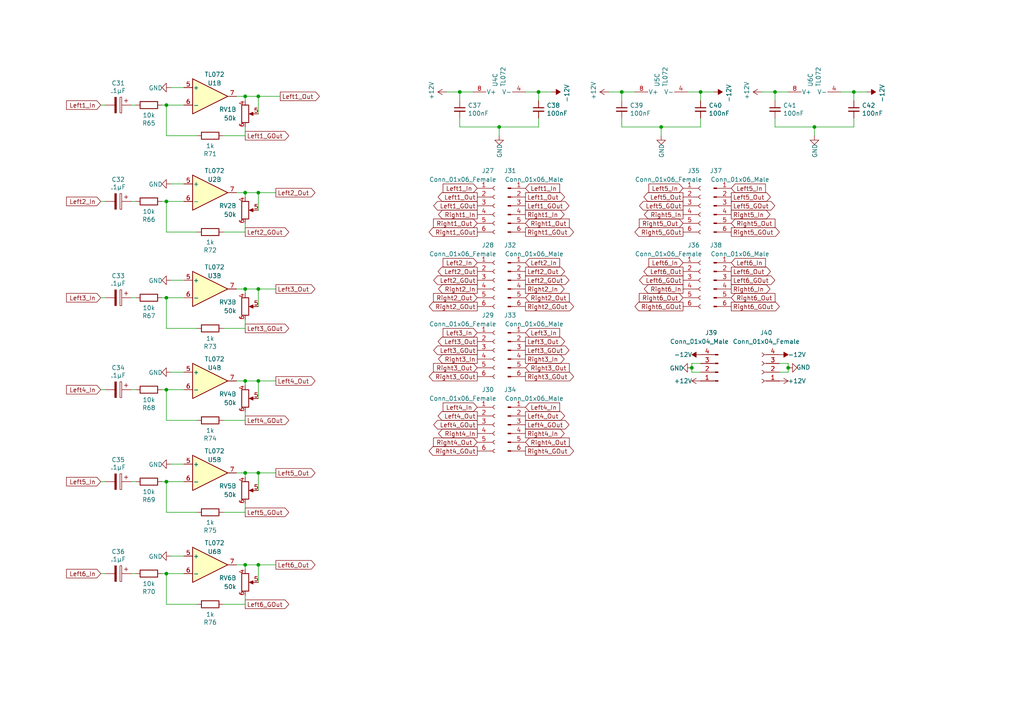
<source format=kicad_sch>
(kicad_sch (version 20211123) (generator eeschema)

  (uuid 8b5ebbed-5b70-48d2-a7a4-552819c9b214)

  (paper "A4")

  (lib_symbols
    (symbol "Amplifier_Operational:TL072" (pin_names (offset 0.127)) (in_bom yes) (on_board yes)
      (property "Reference" "U" (id 0) (at 0 5.08 0)
        (effects (font (size 1.27 1.27)) (justify left))
      )
      (property "Value" "TL072" (id 1) (at 0 -5.08 0)
        (effects (font (size 1.27 1.27)) (justify left))
      )
      (property "Footprint" "" (id 2) (at 0 0 0)
        (effects (font (size 1.27 1.27)) hide)
      )
      (property "Datasheet" "http://www.ti.com/lit/ds/symlink/tl071.pdf" (id 3) (at 0 0 0)
        (effects (font (size 1.27 1.27)) hide)
      )
      (property "ki_locked" "" (id 4) (at 0 0 0)
        (effects (font (size 1.27 1.27)))
      )
      (property "ki_keywords" "dual opamp" (id 5) (at 0 0 0)
        (effects (font (size 1.27 1.27)) hide)
      )
      (property "ki_description" "Dual Low-Noise JFET-Input Operational Amplifiers, DIP-8/SOIC-8" (id 6) (at 0 0 0)
        (effects (font (size 1.27 1.27)) hide)
      )
      (property "ki_fp_filters" "SOIC*3.9x4.9mm*P1.27mm* DIP*W7.62mm* TO*99* OnSemi*Micro8* TSSOP*3x3mm*P0.65mm* TSSOP*4.4x3mm*P0.65mm* MSOP*3x3mm*P0.65mm* SSOP*3.9x4.9mm*P0.635mm* LFCSP*2x2mm*P0.5mm* *SIP* SOIC*5.3x6.2mm*P1.27mm*" (id 7) (at 0 0 0)
        (effects (font (size 1.27 1.27)) hide)
      )
      (symbol "TL072_1_1"
        (polyline
          (pts
            (xy -5.08 5.08)
            (xy 5.08 0)
            (xy -5.08 -5.08)
            (xy -5.08 5.08)
          )
          (stroke (width 0.254) (type default) (color 0 0 0 0))
          (fill (type background))
        )
        (pin output line (at 7.62 0 180) (length 2.54)
          (name "~" (effects (font (size 1.27 1.27))))
          (number "1" (effects (font (size 1.27 1.27))))
        )
        (pin input line (at -7.62 -2.54 0) (length 2.54)
          (name "-" (effects (font (size 1.27 1.27))))
          (number "2" (effects (font (size 1.27 1.27))))
        )
        (pin input line (at -7.62 2.54 0) (length 2.54)
          (name "+" (effects (font (size 1.27 1.27))))
          (number "3" (effects (font (size 1.27 1.27))))
        )
      )
      (symbol "TL072_2_1"
        (polyline
          (pts
            (xy -5.08 5.08)
            (xy 5.08 0)
            (xy -5.08 -5.08)
            (xy -5.08 5.08)
          )
          (stroke (width 0.254) (type default) (color 0 0 0 0))
          (fill (type background))
        )
        (pin input line (at -7.62 2.54 0) (length 2.54)
          (name "+" (effects (font (size 1.27 1.27))))
          (number "5" (effects (font (size 1.27 1.27))))
        )
        (pin input line (at -7.62 -2.54 0) (length 2.54)
          (name "-" (effects (font (size 1.27 1.27))))
          (number "6" (effects (font (size 1.27 1.27))))
        )
        (pin output line (at 7.62 0 180) (length 2.54)
          (name "~" (effects (font (size 1.27 1.27))))
          (number "7" (effects (font (size 1.27 1.27))))
        )
      )
      (symbol "TL072_3_1"
        (pin power_in line (at -2.54 -7.62 90) (length 3.81)
          (name "V-" (effects (font (size 1.27 1.27))))
          (number "4" (effects (font (size 1.27 1.27))))
        )
        (pin power_in line (at -2.54 7.62 270) (length 3.81)
          (name "V+" (effects (font (size 1.27 1.27))))
          (number "8" (effects (font (size 1.27 1.27))))
        )
      )
    )
    (symbol "Connector:Conn_01x04_Female" (pin_names (offset 1.016) hide) (in_bom yes) (on_board yes)
      (property "Reference" "J" (id 0) (at 0 5.08 0)
        (effects (font (size 1.27 1.27)))
      )
      (property "Value" "Conn_01x04_Female" (id 1) (at 0 -7.62 0)
        (effects (font (size 1.27 1.27)))
      )
      (property "Footprint" "" (id 2) (at 0 0 0)
        (effects (font (size 1.27 1.27)) hide)
      )
      (property "Datasheet" "~" (id 3) (at 0 0 0)
        (effects (font (size 1.27 1.27)) hide)
      )
      (property "ki_keywords" "connector" (id 4) (at 0 0 0)
        (effects (font (size 1.27 1.27)) hide)
      )
      (property "ki_description" "Generic connector, single row, 01x04, script generated (kicad-library-utils/schlib/autogen/connector/)" (id 5) (at 0 0 0)
        (effects (font (size 1.27 1.27)) hide)
      )
      (property "ki_fp_filters" "Connector*:*_1x??_*" (id 6) (at 0 0 0)
        (effects (font (size 1.27 1.27)) hide)
      )
      (symbol "Conn_01x04_Female_1_1"
        (arc (start 0 -4.572) (mid -0.508 -5.08) (end 0 -5.588)
          (stroke (width 0.1524) (type default) (color 0 0 0 0))
          (fill (type none))
        )
        (arc (start 0 -2.032) (mid -0.508 -2.54) (end 0 -3.048)
          (stroke (width 0.1524) (type default) (color 0 0 0 0))
          (fill (type none))
        )
        (polyline
          (pts
            (xy -1.27 -5.08)
            (xy -0.508 -5.08)
          )
          (stroke (width 0.1524) (type default) (color 0 0 0 0))
          (fill (type none))
        )
        (polyline
          (pts
            (xy -1.27 -2.54)
            (xy -0.508 -2.54)
          )
          (stroke (width 0.1524) (type default) (color 0 0 0 0))
          (fill (type none))
        )
        (polyline
          (pts
            (xy -1.27 0)
            (xy -0.508 0)
          )
          (stroke (width 0.1524) (type default) (color 0 0 0 0))
          (fill (type none))
        )
        (polyline
          (pts
            (xy -1.27 2.54)
            (xy -0.508 2.54)
          )
          (stroke (width 0.1524) (type default) (color 0 0 0 0))
          (fill (type none))
        )
        (arc (start 0 0.508) (mid -0.508 0) (end 0 -0.508)
          (stroke (width 0.1524) (type default) (color 0 0 0 0))
          (fill (type none))
        )
        (arc (start 0 3.048) (mid -0.508 2.54) (end 0 2.032)
          (stroke (width 0.1524) (type default) (color 0 0 0 0))
          (fill (type none))
        )
        (pin passive line (at -5.08 2.54 0) (length 3.81)
          (name "Pin_1" (effects (font (size 1.27 1.27))))
          (number "1" (effects (font (size 1.27 1.27))))
        )
        (pin passive line (at -5.08 0 0) (length 3.81)
          (name "Pin_2" (effects (font (size 1.27 1.27))))
          (number "2" (effects (font (size 1.27 1.27))))
        )
        (pin passive line (at -5.08 -2.54 0) (length 3.81)
          (name "Pin_3" (effects (font (size 1.27 1.27))))
          (number "3" (effects (font (size 1.27 1.27))))
        )
        (pin passive line (at -5.08 -5.08 0) (length 3.81)
          (name "Pin_4" (effects (font (size 1.27 1.27))))
          (number "4" (effects (font (size 1.27 1.27))))
        )
      )
    )
    (symbol "Connector:Conn_01x04_Male" (pin_names (offset 1.016) hide) (in_bom yes) (on_board yes)
      (property "Reference" "J" (id 0) (at 0 5.08 0)
        (effects (font (size 1.27 1.27)))
      )
      (property "Value" "Conn_01x04_Male" (id 1) (at 0 -7.62 0)
        (effects (font (size 1.27 1.27)))
      )
      (property "Footprint" "" (id 2) (at 0 0 0)
        (effects (font (size 1.27 1.27)) hide)
      )
      (property "Datasheet" "~" (id 3) (at 0 0 0)
        (effects (font (size 1.27 1.27)) hide)
      )
      (property "ki_keywords" "connector" (id 4) (at 0 0 0)
        (effects (font (size 1.27 1.27)) hide)
      )
      (property "ki_description" "Generic connector, single row, 01x04, script generated (kicad-library-utils/schlib/autogen/connector/)" (id 5) (at 0 0 0)
        (effects (font (size 1.27 1.27)) hide)
      )
      (property "ki_fp_filters" "Connector*:*_1x??_*" (id 6) (at 0 0 0)
        (effects (font (size 1.27 1.27)) hide)
      )
      (symbol "Conn_01x04_Male_1_1"
        (polyline
          (pts
            (xy 1.27 -5.08)
            (xy 0.8636 -5.08)
          )
          (stroke (width 0.1524) (type default) (color 0 0 0 0))
          (fill (type none))
        )
        (polyline
          (pts
            (xy 1.27 -2.54)
            (xy 0.8636 -2.54)
          )
          (stroke (width 0.1524) (type default) (color 0 0 0 0))
          (fill (type none))
        )
        (polyline
          (pts
            (xy 1.27 0)
            (xy 0.8636 0)
          )
          (stroke (width 0.1524) (type default) (color 0 0 0 0))
          (fill (type none))
        )
        (polyline
          (pts
            (xy 1.27 2.54)
            (xy 0.8636 2.54)
          )
          (stroke (width 0.1524) (type default) (color 0 0 0 0))
          (fill (type none))
        )
        (rectangle (start 0.8636 -4.953) (end 0 -5.207)
          (stroke (width 0.1524) (type default) (color 0 0 0 0))
          (fill (type outline))
        )
        (rectangle (start 0.8636 -2.413) (end 0 -2.667)
          (stroke (width 0.1524) (type default) (color 0 0 0 0))
          (fill (type outline))
        )
        (rectangle (start 0.8636 0.127) (end 0 -0.127)
          (stroke (width 0.1524) (type default) (color 0 0 0 0))
          (fill (type outline))
        )
        (rectangle (start 0.8636 2.667) (end 0 2.413)
          (stroke (width 0.1524) (type default) (color 0 0 0 0))
          (fill (type outline))
        )
        (pin passive line (at 5.08 2.54 180) (length 3.81)
          (name "Pin_1" (effects (font (size 1.27 1.27))))
          (number "1" (effects (font (size 1.27 1.27))))
        )
        (pin passive line (at 5.08 0 180) (length 3.81)
          (name "Pin_2" (effects (font (size 1.27 1.27))))
          (number "2" (effects (font (size 1.27 1.27))))
        )
        (pin passive line (at 5.08 -2.54 180) (length 3.81)
          (name "Pin_3" (effects (font (size 1.27 1.27))))
          (number "3" (effects (font (size 1.27 1.27))))
        )
        (pin passive line (at 5.08 -5.08 180) (length 3.81)
          (name "Pin_4" (effects (font (size 1.27 1.27))))
          (number "4" (effects (font (size 1.27 1.27))))
        )
      )
    )
    (symbol "Connector:Conn_01x06_Female" (pin_names (offset 1.016) hide) (in_bom yes) (on_board yes)
      (property "Reference" "J" (id 0) (at 0 7.62 0)
        (effects (font (size 1.27 1.27)))
      )
      (property "Value" "Conn_01x06_Female" (id 1) (at 0 -10.16 0)
        (effects (font (size 1.27 1.27)))
      )
      (property "Footprint" "" (id 2) (at 0 0 0)
        (effects (font (size 1.27 1.27)) hide)
      )
      (property "Datasheet" "~" (id 3) (at 0 0 0)
        (effects (font (size 1.27 1.27)) hide)
      )
      (property "ki_keywords" "connector" (id 4) (at 0 0 0)
        (effects (font (size 1.27 1.27)) hide)
      )
      (property "ki_description" "Generic connector, single row, 01x06, script generated (kicad-library-utils/schlib/autogen/connector/)" (id 5) (at 0 0 0)
        (effects (font (size 1.27 1.27)) hide)
      )
      (property "ki_fp_filters" "Connector*:*_1x??_*" (id 6) (at 0 0 0)
        (effects (font (size 1.27 1.27)) hide)
      )
      (symbol "Conn_01x06_Female_1_1"
        (arc (start 0 -7.112) (mid -0.508 -7.62) (end 0 -8.128)
          (stroke (width 0.1524) (type default) (color 0 0 0 0))
          (fill (type none))
        )
        (arc (start 0 -4.572) (mid -0.508 -5.08) (end 0 -5.588)
          (stroke (width 0.1524) (type default) (color 0 0 0 0))
          (fill (type none))
        )
        (arc (start 0 -2.032) (mid -0.508 -2.54) (end 0 -3.048)
          (stroke (width 0.1524) (type default) (color 0 0 0 0))
          (fill (type none))
        )
        (polyline
          (pts
            (xy -1.27 -7.62)
            (xy -0.508 -7.62)
          )
          (stroke (width 0.1524) (type default) (color 0 0 0 0))
          (fill (type none))
        )
        (polyline
          (pts
            (xy -1.27 -5.08)
            (xy -0.508 -5.08)
          )
          (stroke (width 0.1524) (type default) (color 0 0 0 0))
          (fill (type none))
        )
        (polyline
          (pts
            (xy -1.27 -2.54)
            (xy -0.508 -2.54)
          )
          (stroke (width 0.1524) (type default) (color 0 0 0 0))
          (fill (type none))
        )
        (polyline
          (pts
            (xy -1.27 0)
            (xy -0.508 0)
          )
          (stroke (width 0.1524) (type default) (color 0 0 0 0))
          (fill (type none))
        )
        (polyline
          (pts
            (xy -1.27 2.54)
            (xy -0.508 2.54)
          )
          (stroke (width 0.1524) (type default) (color 0 0 0 0))
          (fill (type none))
        )
        (polyline
          (pts
            (xy -1.27 5.08)
            (xy -0.508 5.08)
          )
          (stroke (width 0.1524) (type default) (color 0 0 0 0))
          (fill (type none))
        )
        (arc (start 0 0.508) (mid -0.508 0) (end 0 -0.508)
          (stroke (width 0.1524) (type default) (color 0 0 0 0))
          (fill (type none))
        )
        (arc (start 0 3.048) (mid -0.508 2.54) (end 0 2.032)
          (stroke (width 0.1524) (type default) (color 0 0 0 0))
          (fill (type none))
        )
        (arc (start 0 5.588) (mid -0.508 5.08) (end 0 4.572)
          (stroke (width 0.1524) (type default) (color 0 0 0 0))
          (fill (type none))
        )
        (pin passive line (at -5.08 5.08 0) (length 3.81)
          (name "Pin_1" (effects (font (size 1.27 1.27))))
          (number "1" (effects (font (size 1.27 1.27))))
        )
        (pin passive line (at -5.08 2.54 0) (length 3.81)
          (name "Pin_2" (effects (font (size 1.27 1.27))))
          (number "2" (effects (font (size 1.27 1.27))))
        )
        (pin passive line (at -5.08 0 0) (length 3.81)
          (name "Pin_3" (effects (font (size 1.27 1.27))))
          (number "3" (effects (font (size 1.27 1.27))))
        )
        (pin passive line (at -5.08 -2.54 0) (length 3.81)
          (name "Pin_4" (effects (font (size 1.27 1.27))))
          (number "4" (effects (font (size 1.27 1.27))))
        )
        (pin passive line (at -5.08 -5.08 0) (length 3.81)
          (name "Pin_5" (effects (font (size 1.27 1.27))))
          (number "5" (effects (font (size 1.27 1.27))))
        )
        (pin passive line (at -5.08 -7.62 0) (length 3.81)
          (name "Pin_6" (effects (font (size 1.27 1.27))))
          (number "6" (effects (font (size 1.27 1.27))))
        )
      )
    )
    (symbol "Connector:Conn_01x06_Male" (pin_names (offset 1.016) hide) (in_bom yes) (on_board yes)
      (property "Reference" "J" (id 0) (at 0 7.62 0)
        (effects (font (size 1.27 1.27)))
      )
      (property "Value" "Conn_01x06_Male" (id 1) (at 0 -10.16 0)
        (effects (font (size 1.27 1.27)))
      )
      (property "Footprint" "" (id 2) (at 0 0 0)
        (effects (font (size 1.27 1.27)) hide)
      )
      (property "Datasheet" "~" (id 3) (at 0 0 0)
        (effects (font (size 1.27 1.27)) hide)
      )
      (property "ki_keywords" "connector" (id 4) (at 0 0 0)
        (effects (font (size 1.27 1.27)) hide)
      )
      (property "ki_description" "Generic connector, single row, 01x06, script generated (kicad-library-utils/schlib/autogen/connector/)" (id 5) (at 0 0 0)
        (effects (font (size 1.27 1.27)) hide)
      )
      (property "ki_fp_filters" "Connector*:*_1x??_*" (id 6) (at 0 0 0)
        (effects (font (size 1.27 1.27)) hide)
      )
      (symbol "Conn_01x06_Male_1_1"
        (polyline
          (pts
            (xy 1.27 -7.62)
            (xy 0.8636 -7.62)
          )
          (stroke (width 0.1524) (type default) (color 0 0 0 0))
          (fill (type none))
        )
        (polyline
          (pts
            (xy 1.27 -5.08)
            (xy 0.8636 -5.08)
          )
          (stroke (width 0.1524) (type default) (color 0 0 0 0))
          (fill (type none))
        )
        (polyline
          (pts
            (xy 1.27 -2.54)
            (xy 0.8636 -2.54)
          )
          (stroke (width 0.1524) (type default) (color 0 0 0 0))
          (fill (type none))
        )
        (polyline
          (pts
            (xy 1.27 0)
            (xy 0.8636 0)
          )
          (stroke (width 0.1524) (type default) (color 0 0 0 0))
          (fill (type none))
        )
        (polyline
          (pts
            (xy 1.27 2.54)
            (xy 0.8636 2.54)
          )
          (stroke (width 0.1524) (type default) (color 0 0 0 0))
          (fill (type none))
        )
        (polyline
          (pts
            (xy 1.27 5.08)
            (xy 0.8636 5.08)
          )
          (stroke (width 0.1524) (type default) (color 0 0 0 0))
          (fill (type none))
        )
        (rectangle (start 0.8636 -7.493) (end 0 -7.747)
          (stroke (width 0.1524) (type default) (color 0 0 0 0))
          (fill (type outline))
        )
        (rectangle (start 0.8636 -4.953) (end 0 -5.207)
          (stroke (width 0.1524) (type default) (color 0 0 0 0))
          (fill (type outline))
        )
        (rectangle (start 0.8636 -2.413) (end 0 -2.667)
          (stroke (width 0.1524) (type default) (color 0 0 0 0))
          (fill (type outline))
        )
        (rectangle (start 0.8636 0.127) (end 0 -0.127)
          (stroke (width 0.1524) (type default) (color 0 0 0 0))
          (fill (type outline))
        )
        (rectangle (start 0.8636 2.667) (end 0 2.413)
          (stroke (width 0.1524) (type default) (color 0 0 0 0))
          (fill (type outline))
        )
        (rectangle (start 0.8636 5.207) (end 0 4.953)
          (stroke (width 0.1524) (type default) (color 0 0 0 0))
          (fill (type outline))
        )
        (pin passive line (at 5.08 5.08 180) (length 3.81)
          (name "Pin_1" (effects (font (size 1.27 1.27))))
          (number "1" (effects (font (size 1.27 1.27))))
        )
        (pin passive line (at 5.08 2.54 180) (length 3.81)
          (name "Pin_2" (effects (font (size 1.27 1.27))))
          (number "2" (effects (font (size 1.27 1.27))))
        )
        (pin passive line (at 5.08 0 180) (length 3.81)
          (name "Pin_3" (effects (font (size 1.27 1.27))))
          (number "3" (effects (font (size 1.27 1.27))))
        )
        (pin passive line (at 5.08 -2.54 180) (length 3.81)
          (name "Pin_4" (effects (font (size 1.27 1.27))))
          (number "4" (effects (font (size 1.27 1.27))))
        )
        (pin passive line (at 5.08 -5.08 180) (length 3.81)
          (name "Pin_5" (effects (font (size 1.27 1.27))))
          (number "5" (effects (font (size 1.27 1.27))))
        )
        (pin passive line (at 5.08 -7.62 180) (length 3.81)
          (name "Pin_6" (effects (font (size 1.27 1.27))))
          (number "6" (effects (font (size 1.27 1.27))))
        )
      )
    )
    (symbol "Device:CP" (pin_numbers hide) (pin_names (offset 0.254)) (in_bom yes) (on_board yes)
      (property "Reference" "C" (id 0) (at 0.635 2.54 0)
        (effects (font (size 1.27 1.27)) (justify left))
      )
      (property "Value" "Device_CP" (id 1) (at 0.635 -2.54 0)
        (effects (font (size 1.27 1.27)) (justify left))
      )
      (property "Footprint" "" (id 2) (at 0.9652 -3.81 0)
        (effects (font (size 1.27 1.27)) hide)
      )
      (property "Datasheet" "" (id 3) (at 0 0 0)
        (effects (font (size 1.27 1.27)) hide)
      )
      (property "ki_fp_filters" "CP_*" (id 4) (at 0 0 0)
        (effects (font (size 1.27 1.27)) hide)
      )
      (symbol "CP_0_1"
        (rectangle (start -2.286 0.508) (end 2.286 1.016)
          (stroke (width 0) (type default) (color 0 0 0 0))
          (fill (type none))
        )
        (polyline
          (pts
            (xy -1.778 2.286)
            (xy -0.762 2.286)
          )
          (stroke (width 0) (type default) (color 0 0 0 0))
          (fill (type none))
        )
        (polyline
          (pts
            (xy -1.27 2.794)
            (xy -1.27 1.778)
          )
          (stroke (width 0) (type default) (color 0 0 0 0))
          (fill (type none))
        )
        (rectangle (start 2.286 -0.508) (end -2.286 -1.016)
          (stroke (width 0) (type default) (color 0 0 0 0))
          (fill (type outline))
        )
      )
      (symbol "CP_1_1"
        (pin passive line (at 0 3.81 270) (length 2.794)
          (name "~" (effects (font (size 1.27 1.27))))
          (number "1" (effects (font (size 1.27 1.27))))
        )
        (pin passive line (at 0 -3.81 90) (length 2.794)
          (name "~" (effects (font (size 1.27 1.27))))
          (number "2" (effects (font (size 1.27 1.27))))
        )
      )
    )
    (symbol "Device:C_Small" (pin_numbers hide) (pin_names (offset 0.254) hide) (in_bom yes) (on_board yes)
      (property "Reference" "C" (id 0) (at 0.254 1.778 0)
        (effects (font (size 1.27 1.27)) (justify left))
      )
      (property "Value" "C_Small" (id 1) (at 0.254 -2.032 0)
        (effects (font (size 1.27 1.27)) (justify left))
      )
      (property "Footprint" "" (id 2) (at 0 0 0)
        (effects (font (size 1.27 1.27)) hide)
      )
      (property "Datasheet" "~" (id 3) (at 0 0 0)
        (effects (font (size 1.27 1.27)) hide)
      )
      (property "ki_keywords" "capacitor cap" (id 4) (at 0 0 0)
        (effects (font (size 1.27 1.27)) hide)
      )
      (property "ki_description" "Unpolarized capacitor, small symbol" (id 5) (at 0 0 0)
        (effects (font (size 1.27 1.27)) hide)
      )
      (property "ki_fp_filters" "C_*" (id 6) (at 0 0 0)
        (effects (font (size 1.27 1.27)) hide)
      )
      (symbol "C_Small_0_1"
        (polyline
          (pts
            (xy -1.524 -0.508)
            (xy 1.524 -0.508)
          )
          (stroke (width 0.3302) (type default) (color 0 0 0 0))
          (fill (type none))
        )
        (polyline
          (pts
            (xy -1.524 0.508)
            (xy 1.524 0.508)
          )
          (stroke (width 0.3048) (type default) (color 0 0 0 0))
          (fill (type none))
        )
      )
      (symbol "C_Small_1_1"
        (pin passive line (at 0 2.54 270) (length 2.032)
          (name "~" (effects (font (size 1.27 1.27))))
          (number "1" (effects (font (size 1.27 1.27))))
        )
        (pin passive line (at 0 -2.54 90) (length 2.032)
          (name "~" (effects (font (size 1.27 1.27))))
          (number "2" (effects (font (size 1.27 1.27))))
        )
      )
    )
    (symbol "Device:R" (pin_numbers hide) (pin_names (offset 0)) (in_bom yes) (on_board yes)
      (property "Reference" "R" (id 0) (at 2.032 0 90)
        (effects (font (size 1.27 1.27)))
      )
      (property "Value" "R" (id 1) (at 0 0 90)
        (effects (font (size 1.27 1.27)))
      )
      (property "Footprint" "" (id 2) (at -1.778 0 90)
        (effects (font (size 1.27 1.27)) hide)
      )
      (property "Datasheet" "~" (id 3) (at 0 0 0)
        (effects (font (size 1.27 1.27)) hide)
      )
      (property "ki_keywords" "R res resistor" (id 4) (at 0 0 0)
        (effects (font (size 1.27 1.27)) hide)
      )
      (property "ki_description" "Resistor" (id 5) (at 0 0 0)
        (effects (font (size 1.27 1.27)) hide)
      )
      (property "ki_fp_filters" "R_*" (id 6) (at 0 0 0)
        (effects (font (size 1.27 1.27)) hide)
      )
      (symbol "R_0_1"
        (rectangle (start -1.016 -2.54) (end 1.016 2.54)
          (stroke (width 0.254) (type default) (color 0 0 0 0))
          (fill (type none))
        )
      )
      (symbol "R_1_1"
        (pin passive line (at 0 3.81 270) (length 1.27)
          (name "~" (effects (font (size 1.27 1.27))))
          (number "1" (effects (font (size 1.27 1.27))))
        )
        (pin passive line (at 0 -3.81 90) (length 1.27)
          (name "~" (effects (font (size 1.27 1.27))))
          (number "2" (effects (font (size 1.27 1.27))))
        )
      )
    )
    (symbol "Device:R_Potentiometer_Dual_Separate" (pin_names (offset 1.016) hide) (in_bom yes) (on_board yes)
      (property "Reference" "RV" (id 0) (at -4.445 0 90)
        (effects (font (size 1.27 1.27)))
      )
      (property "Value" "R_Potentiometer_Dual_Separate" (id 1) (at -2.54 0 90)
        (effects (font (size 1.27 1.27)))
      )
      (property "Footprint" "" (id 2) (at 0 0 0)
        (effects (font (size 1.27 1.27)) hide)
      )
      (property "Datasheet" "~" (id 3) (at 0 0 0)
        (effects (font (size 1.27 1.27)) hide)
      )
      (property "ki_keywords" "resistor variable" (id 4) (at 0 0 0)
        (effects (font (size 1.27 1.27)) hide)
      )
      (property "ki_description" "Dual potentiometer, separate units" (id 5) (at 0 0 0)
        (effects (font (size 1.27 1.27)) hide)
      )
      (property "ki_fp_filters" "Potentiometer*" (id 6) (at 0 0 0)
        (effects (font (size 1.27 1.27)) hide)
      )
      (symbol "R_Potentiometer_Dual_Separate_0_1"
        (polyline
          (pts
            (xy 2.54 0)
            (xy 1.524 0)
          )
          (stroke (width 0) (type default) (color 0 0 0 0))
          (fill (type none))
        )
        (polyline
          (pts
            (xy 1.143 0)
            (xy 2.286 0.508)
            (xy 2.286 -0.508)
            (xy 1.143 0)
          )
          (stroke (width 0) (type default) (color 0 0 0 0))
          (fill (type outline))
        )
        (rectangle (start 1.016 2.54) (end -1.016 -2.54)
          (stroke (width 0.254) (type default) (color 0 0 0 0))
          (fill (type none))
        )
      )
      (symbol "R_Potentiometer_Dual_Separate_1_1"
        (pin passive line (at 0 3.81 270) (length 1.27)
          (name "1" (effects (font (size 1.27 1.27))))
          (number "1" (effects (font (size 1.27 1.27))))
        )
        (pin passive line (at 3.81 0 180) (length 1.27)
          (name "2" (effects (font (size 1.27 1.27))))
          (number "2" (effects (font (size 1.27 1.27))))
        )
        (pin passive line (at 0 -3.81 90) (length 1.27)
          (name "3" (effects (font (size 1.27 1.27))))
          (number "3" (effects (font (size 1.27 1.27))))
        )
      )
      (symbol "R_Potentiometer_Dual_Separate_2_1"
        (pin passive line (at 0 3.81 270) (length 1.27)
          (name "4" (effects (font (size 1.27 1.27))))
          (number "4" (effects (font (size 1.27 1.27))))
        )
        (pin passive line (at 3.81 0 180) (length 1.27)
          (name "5" (effects (font (size 1.27 1.27))))
          (number "5" (effects (font (size 1.27 1.27))))
        )
        (pin passive line (at 0 -3.81 90) (length 1.27)
          (name "6" (effects (font (size 1.27 1.27))))
          (number "6" (effects (font (size 1.27 1.27))))
        )
      )
    )
    (symbol "power:+12V" (power) (pin_names (offset 0)) (in_bom yes) (on_board yes)
      (property "Reference" "#PWR" (id 0) (at 0 -3.81 0)
        (effects (font (size 1.27 1.27)) hide)
      )
      (property "Value" "+12V" (id 1) (at 0 3.556 0)
        (effects (font (size 1.27 1.27)))
      )
      (property "Footprint" "" (id 2) (at 0 0 0)
        (effects (font (size 1.27 1.27)) hide)
      )
      (property "Datasheet" "" (id 3) (at 0 0 0)
        (effects (font (size 1.27 1.27)) hide)
      )
      (property "ki_keywords" "power-flag" (id 4) (at 0 0 0)
        (effects (font (size 1.27 1.27)) hide)
      )
      (property "ki_description" "Power symbol creates a global label with name \"+12V\"" (id 5) (at 0 0 0)
        (effects (font (size 1.27 1.27)) hide)
      )
      (symbol "+12V_0_1"
        (polyline
          (pts
            (xy -0.762 1.27)
            (xy 0 2.54)
          )
          (stroke (width 0) (type default) (color 0 0 0 0))
          (fill (type none))
        )
        (polyline
          (pts
            (xy 0 0)
            (xy 0 2.54)
          )
          (stroke (width 0) (type default) (color 0 0 0 0))
          (fill (type none))
        )
        (polyline
          (pts
            (xy 0 2.54)
            (xy 0.762 1.27)
          )
          (stroke (width 0) (type default) (color 0 0 0 0))
          (fill (type none))
        )
      )
      (symbol "+12V_1_1"
        (pin power_in line (at 0 0 90) (length 0) hide
          (name "+12V" (effects (font (size 1.27 1.27))))
          (number "1" (effects (font (size 1.27 1.27))))
        )
      )
    )
    (symbol "power:-12V" (power) (pin_names (offset 0)) (in_bom yes) (on_board yes)
      (property "Reference" "#PWR" (id 0) (at 0 2.54 0)
        (effects (font (size 1.27 1.27)) hide)
      )
      (property "Value" "-12V" (id 1) (at 0 3.81 0)
        (effects (font (size 1.27 1.27)))
      )
      (property "Footprint" "" (id 2) (at 0 0 0)
        (effects (font (size 1.27 1.27)) hide)
      )
      (property "Datasheet" "" (id 3) (at 0 0 0)
        (effects (font (size 1.27 1.27)) hide)
      )
      (property "ki_keywords" "power-flag" (id 4) (at 0 0 0)
        (effects (font (size 1.27 1.27)) hide)
      )
      (property "ki_description" "Power symbol creates a global label with name \"-12V\"" (id 5) (at 0 0 0)
        (effects (font (size 1.27 1.27)) hide)
      )
      (symbol "-12V_0_0"
        (pin power_in line (at 0 0 90) (length 0) hide
          (name "-12V" (effects (font (size 1.27 1.27))))
          (number "1" (effects (font (size 1.27 1.27))))
        )
      )
      (symbol "-12V_0_1"
        (polyline
          (pts
            (xy 0 0)
            (xy 0 1.27)
            (xy 0.762 1.27)
            (xy 0 2.54)
            (xy -0.762 1.27)
            (xy 0 1.27)
          )
          (stroke (width 0) (type default) (color 0 0 0 0))
          (fill (type outline))
        )
      )
    )
    (symbol "power:GND" (power) (pin_names (offset 0)) (in_bom yes) (on_board yes)
      (property "Reference" "#PWR" (id 0) (at 0 -6.35 0)
        (effects (font (size 1.27 1.27)) hide)
      )
      (property "Value" "GND" (id 1) (at 0 -3.81 0)
        (effects (font (size 1.27 1.27)))
      )
      (property "Footprint" "" (id 2) (at 0 0 0)
        (effects (font (size 1.27 1.27)) hide)
      )
      (property "Datasheet" "" (id 3) (at 0 0 0)
        (effects (font (size 1.27 1.27)) hide)
      )
      (property "ki_keywords" "power-flag" (id 4) (at 0 0 0)
        (effects (font (size 1.27 1.27)) hide)
      )
      (property "ki_description" "Power symbol creates a global label with name \"GND\" , ground" (id 5) (at 0 0 0)
        (effects (font (size 1.27 1.27)) hide)
      )
      (symbol "GND_0_1"
        (polyline
          (pts
            (xy 0 0)
            (xy 0 -1.27)
            (xy 1.27 -1.27)
            (xy 0 -2.54)
            (xy -1.27 -1.27)
            (xy 0 -1.27)
          )
          (stroke (width 0) (type default) (color 0 0 0 0))
          (fill (type none))
        )
      )
      (symbol "GND_1_1"
        (pin power_in line (at 0 0 270) (length 0) hide
          (name "GND" (effects (font (size 1.27 1.27))))
          (number "1" (effects (font (size 1.27 1.27))))
        )
      )
    )
  )

  (junction (at 224.79 26.67) (diameter 0) (color 0 0 0 0)
    (uuid 01ef2294-7d8b-4dbe-b985-c20c001742f4)
  )
  (junction (at 48.26 86.36) (diameter 0) (color 0 0 0 0)
    (uuid 06f0e84f-ca98-4f22-bfda-f4b4f0555130)
  )
  (junction (at 156.21 26.67) (diameter 0) (color 0 0 0 0)
    (uuid 079fd9f5-8869-4feb-9737-67936c192f23)
  )
  (junction (at 48.26 166.37) (diameter 0) (color 0 0 0 0)
    (uuid 0a402025-657c-4945-9126-a4b6faa046a3)
  )
  (junction (at 236.22 36.83) (diameter 0) (color 0 0 0 0)
    (uuid 10a26c9b-85f9-4c87-b9f3-25bc8d37c29d)
  )
  (junction (at 203.2 26.67) (diameter 0) (color 0 0 0 0)
    (uuid 22656318-6435-4c14-9335-988ca7c13f90)
  )
  (junction (at 71.12 83.82) (diameter 0) (color 0 0 0 0)
    (uuid 2ea46606-e4d6-4e33-8dd8-7e62a33f0eb7)
  )
  (junction (at 133.35 26.67) (diameter 0) (color 0 0 0 0)
    (uuid 379a702c-76cc-484b-86b2-ae08e0a6b117)
  )
  (junction (at 247.65 26.67) (diameter 0) (color 0 0 0 0)
    (uuid 38042a16-edeb-4f12-9611-ca2bc75ee085)
  )
  (junction (at 180.34 26.67) (diameter 0) (color 0 0 0 0)
    (uuid 401536a8-803e-4dd1-8f2f-7b367118432a)
  )
  (junction (at 74.93 137.16) (diameter 0) (color 0 0 0 0)
    (uuid 4b462df4-cefc-4bbd-bb39-88654f400da0)
  )
  (junction (at 71.12 55.88) (diameter 0) (color 0 0 0 0)
    (uuid 5a8a81f5-2194-45bc-885f-a24741a8d861)
  )
  (junction (at 200.66 106.68) (diameter 0) (color 0 0 0 0)
    (uuid 5c5d748e-a3f9-420d-b5bd-fba02a21036d)
  )
  (junction (at 48.26 58.42) (diameter 0) (color 0 0 0 0)
    (uuid 6314949a-cba0-48b8-a9af-3b9fb56e9638)
  )
  (junction (at 71.12 163.83) (diameter 0) (color 0 0 0 0)
    (uuid 63d95768-9f91-4b29-ba20-b0fd356ab0ca)
  )
  (junction (at 71.12 27.94) (diameter 0) (color 0 0 0 0)
    (uuid 6c8fe295-edaf-40ef-a7c0-a1be02503047)
  )
  (junction (at 74.93 27.94) (diameter 0) (color 0 0 0 0)
    (uuid 6f15beb2-0106-4fbf-8adb-ccdb5a75c0e0)
  )
  (junction (at 74.93 110.49) (diameter 0) (color 0 0 0 0)
    (uuid 9174aaed-40e9-4402-860c-76e1a21fcb27)
  )
  (junction (at 74.93 55.88) (diameter 0) (color 0 0 0 0)
    (uuid 9f35db69-4ad0-47b1-a89b-e5aad4f9eb57)
  )
  (junction (at 144.78 36.83) (diameter 0) (color 0 0 0 0)
    (uuid a13edc36-0200-4f9a-af75-f36a7975cdb2)
  )
  (junction (at 191.77 36.83) (diameter 0) (color 0 0 0 0)
    (uuid ad058c65-08f2-46b9-8d56-413afa09062d)
  )
  (junction (at 48.26 30.48) (diameter 0) (color 0 0 0 0)
    (uuid c467e9f8-66c8-49a4-8b8c-c807e5c51ff3)
  )
  (junction (at 71.12 110.49) (diameter 0) (color 0 0 0 0)
    (uuid cfdb472a-a326-42c8-878d-6ec723d27334)
  )
  (junction (at 74.93 163.83) (diameter 0) (color 0 0 0 0)
    (uuid d7f2ebfe-5719-4c3d-8bc8-2b4c12830eb0)
  )
  (junction (at 48.26 113.03) (diameter 0) (color 0 0 0 0)
    (uuid dcb05ee6-2136-4f60-9f9a-1f72d57f18c6)
  )
  (junction (at 74.93 83.82) (diameter 0) (color 0 0 0 0)
    (uuid ea311f3b-8b37-448b-8c05-955885f78d6c)
  )
  (junction (at 71.12 137.16) (diameter 0) (color 0 0 0 0)
    (uuid ed73862d-35c6-4f8b-8e37-9a326c15ad1b)
  )
  (junction (at 48.26 139.7) (diameter 0) (color 0 0 0 0)
    (uuid f230fe67-c45e-4d6a-9e43-3fdd75024065)
  )
  (junction (at 228.6 106.68) (diameter 0) (color 0 0 0 0)
    (uuid f2c95c32-4503-454a-a4a0-21e4bd007e9a)
  )

  (wire (pts (xy 68.58 83.82) (xy 71.12 83.82))
    (stroke (width 0) (type default) (color 0 0 0 0))
    (uuid 02ec90e1-80ff-4a89-ad77-1717753cf5bc)
  )
  (wire (pts (xy 38.1 58.42) (xy 39.37 58.42))
    (stroke (width 0) (type default) (color 0 0 0 0))
    (uuid 03c08655-0190-4d1a-88db-9ead7d4841e1)
  )
  (wire (pts (xy 228.6 105.41) (xy 226.06 105.41))
    (stroke (width 0) (type default) (color 0 0 0 0))
    (uuid 0433a877-ff2e-4eaf-baa8-888d145f2f53)
  )
  (wire (pts (xy 57.15 67.31) (xy 48.26 67.31))
    (stroke (width 0) (type default) (color 0 0 0 0))
    (uuid 04b01a16-d8ee-4418-bf16-57501abcc045)
  )
  (wire (pts (xy 68.58 27.94) (xy 71.12 27.94))
    (stroke (width 0) (type default) (color 0 0 0 0))
    (uuid 0512a4cd-8ca9-4b59-b46b-99bf78e86169)
  )
  (wire (pts (xy 71.12 163.83) (xy 71.12 165.1))
    (stroke (width 0) (type default) (color 0 0 0 0))
    (uuid 0716c20e-a6b9-4069-8433-cb1bbaa8b17a)
  )
  (wire (pts (xy 71.12 64.77) (xy 71.12 67.31))
    (stroke (width 0) (type default) (color 0 0 0 0))
    (uuid 07290e4a-f6b6-488b-a97a-60b5a0327930)
  )
  (wire (pts (xy 71.12 27.94) (xy 71.12 29.21))
    (stroke (width 0) (type default) (color 0 0 0 0))
    (uuid 08173159-b388-4f5d-a538-6a836e76ccf4)
  )
  (wire (pts (xy 71.12 137.16) (xy 74.93 137.16))
    (stroke (width 0) (type default) (color 0 0 0 0))
    (uuid 09238ce7-5151-4110-bb2c-04130a6f0cf1)
  )
  (wire (pts (xy 68.58 137.16) (xy 71.12 137.16))
    (stroke (width 0) (type default) (color 0 0 0 0))
    (uuid 0d8ddc89-c3d5-4b13-9497-7c44d7558575)
  )
  (wire (pts (xy 29.21 166.37) (xy 30.48 166.37))
    (stroke (width 0) (type default) (color 0 0 0 0))
    (uuid 100dbb95-f292-43d1-8637-4ccc903ac7bf)
  )
  (wire (pts (xy 71.12 172.72) (xy 71.12 175.26))
    (stroke (width 0) (type default) (color 0 0 0 0))
    (uuid 1197d578-7342-47cb-8357-1f87085bcc72)
  )
  (wire (pts (xy 203.2 26.67) (xy 203.2 29.21))
    (stroke (width 0) (type default) (color 0 0 0 0))
    (uuid 18ab8b7b-52a5-43fc-98af-aee1fc589ef9)
  )
  (wire (pts (xy 228.6 106.68) (xy 228.6 105.41))
    (stroke (width 0) (type default) (color 0 0 0 0))
    (uuid 1913e313-6275-4b2a-89f0-6782c465db6d)
  )
  (wire (pts (xy 29.21 113.03) (xy 30.48 113.03))
    (stroke (width 0) (type default) (color 0 0 0 0))
    (uuid 1950e8f7-8ece-4c67-829b-2351480cd701)
  )
  (wire (pts (xy 133.35 36.83) (xy 144.78 36.83))
    (stroke (width 0) (type default) (color 0 0 0 0))
    (uuid 1ac7b2db-f180-45ea-82b5-04ac4fad8dee)
  )
  (wire (pts (xy 71.12 110.49) (xy 74.93 110.49))
    (stroke (width 0) (type default) (color 0 0 0 0))
    (uuid 1be91a35-90c8-4e35-ae63-98c146a6cdd8)
  )
  (wire (pts (xy 133.35 26.67) (xy 137.16 26.67))
    (stroke (width 0) (type default) (color 0 0 0 0))
    (uuid 1c106dd4-c201-4032-b48b-cb8dbf521fe5)
  )
  (wire (pts (xy 74.93 168.91) (xy 74.93 163.83))
    (stroke (width 0) (type default) (color 0 0 0 0))
    (uuid 1ec81ea1-047e-45e3-882a-48894483e35b)
  )
  (wire (pts (xy 180.34 36.83) (xy 191.77 36.83))
    (stroke (width 0) (type default) (color 0 0 0 0))
    (uuid 204d7e22-7b07-4d64-ac3e-717ce78d049b)
  )
  (wire (pts (xy 53.34 139.7) (xy 48.26 139.7))
    (stroke (width 0) (type default) (color 0 0 0 0))
    (uuid 20ee1bb4-e9f5-4608-9cac-72d035312305)
  )
  (wire (pts (xy 71.12 83.82) (xy 71.12 85.09))
    (stroke (width 0) (type default) (color 0 0 0 0))
    (uuid 24594476-403a-4a31-9c9c-4da4699fa14b)
  )
  (wire (pts (xy 48.26 95.25) (xy 48.26 86.36))
    (stroke (width 0) (type default) (color 0 0 0 0))
    (uuid 24ade696-bcf5-4a08-8a9e-4d52d87bbea4)
  )
  (wire (pts (xy 224.79 26.67) (xy 224.79 29.21))
    (stroke (width 0) (type default) (color 0 0 0 0))
    (uuid 296112ec-f4d6-4036-989b-dbdd8bb2e5ac)
  )
  (wire (pts (xy 180.34 26.67) (xy 180.34 29.21))
    (stroke (width 0) (type default) (color 0 0 0 0))
    (uuid 29e92ef5-ce7d-49c0-b820-23d920cccbaa)
  )
  (wire (pts (xy 74.93 163.83) (xy 80.01 163.83))
    (stroke (width 0) (type default) (color 0 0 0 0))
    (uuid 2c7e38f5-fb5a-4bb0-b3ea-c16fae975984)
  )
  (wire (pts (xy 71.12 121.92) (xy 64.77 121.92))
    (stroke (width 0) (type default) (color 0 0 0 0))
    (uuid 2e0a6da8-fa84-4580-9206-65a93dd734d2)
  )
  (wire (pts (xy 71.12 137.16) (xy 71.12 138.43))
    (stroke (width 0) (type default) (color 0 0 0 0))
    (uuid 2f61d963-835b-4e5b-9abb-d2cd2ce04139)
  )
  (wire (pts (xy 228.6 106.68) (xy 228.6 107.95))
    (stroke (width 0) (type default) (color 0 0 0 0))
    (uuid 30ecd918-114c-4708-b190-4054b7e2ef08)
  )
  (wire (pts (xy 38.1 86.36) (xy 39.37 86.36))
    (stroke (width 0) (type default) (color 0 0 0 0))
    (uuid 347dc8c0-e117-46b4-90d6-6efc00d3f4b2)
  )
  (wire (pts (xy 236.22 36.83) (xy 236.22 39.37))
    (stroke (width 0) (type default) (color 0 0 0 0))
    (uuid 34aa4dc1-3225-4fee-b927-ab2ace3c15aa)
  )
  (wire (pts (xy 71.12 39.37) (xy 64.77 39.37))
    (stroke (width 0) (type default) (color 0 0 0 0))
    (uuid 3537da7f-dff0-47e5-abb7-e59dab733811)
  )
  (wire (pts (xy 57.15 175.26) (xy 48.26 175.26))
    (stroke (width 0) (type default) (color 0 0 0 0))
    (uuid 35fdfc35-6867-4850-80b8-a632d374c9c4)
  )
  (wire (pts (xy 68.58 55.88) (xy 71.12 55.88))
    (stroke (width 0) (type default) (color 0 0 0 0))
    (uuid 37dca6d4-510f-4b6a-9357-f8bff1705a53)
  )
  (wire (pts (xy 29.21 58.42) (xy 30.48 58.42))
    (stroke (width 0) (type default) (color 0 0 0 0))
    (uuid 38295c4b-0b6c-4181-9509-24a418c385e4)
  )
  (wire (pts (xy 38.1 166.37) (xy 39.37 166.37))
    (stroke (width 0) (type default) (color 0 0 0 0))
    (uuid 3d0d00f2-526f-4ba8-ab33-921d0ada5ef6)
  )
  (wire (pts (xy 49.53 25.4) (xy 53.34 25.4))
    (stroke (width 0) (type default) (color 0 0 0 0))
    (uuid 3d25cd71-0015-45b2-92ec-4df784cb8738)
  )
  (wire (pts (xy 71.12 83.82) (xy 74.93 83.82))
    (stroke (width 0) (type default) (color 0 0 0 0))
    (uuid 3f8cb057-5ae1-49db-b5c9-e58bfe9a667c)
  )
  (wire (pts (xy 71.12 175.26) (xy 64.77 175.26))
    (stroke (width 0) (type default) (color 0 0 0 0))
    (uuid 44df58fd-8023-4dd6-8329-d283983211c8)
  )
  (wire (pts (xy 228.6 107.95) (xy 226.06 107.95))
    (stroke (width 0) (type default) (color 0 0 0 0))
    (uuid 4720fc2d-18f1-423f-971c-52a13552459a)
  )
  (wire (pts (xy 224.79 36.83) (xy 236.22 36.83))
    (stroke (width 0) (type default) (color 0 0 0 0))
    (uuid 487ce08c-11b9-49c1-8388-0805a68864c4)
  )
  (wire (pts (xy 74.93 27.94) (xy 81.28 27.94))
    (stroke (width 0) (type default) (color 0 0 0 0))
    (uuid 4bece68a-1596-4915-9b75-74c59a81fbd6)
  )
  (wire (pts (xy 152.4 26.67) (xy 156.21 26.67))
    (stroke (width 0) (type default) (color 0 0 0 0))
    (uuid 4efef0c5-5ff2-4121-ac47-545dce5a1e87)
  )
  (wire (pts (xy 74.93 55.88) (xy 80.01 55.88))
    (stroke (width 0) (type default) (color 0 0 0 0))
    (uuid 514ffeef-ac3c-4661-9333-2d72e789d572)
  )
  (wire (pts (xy 144.78 36.83) (xy 156.21 36.83))
    (stroke (width 0) (type default) (color 0 0 0 0))
    (uuid 51e39bd2-5230-4d94-8e9c-5c140354260b)
  )
  (wire (pts (xy 236.22 36.83) (xy 247.65 36.83))
    (stroke (width 0) (type default) (color 0 0 0 0))
    (uuid 55efa551-7aca-42f7-be71-6b2e7c16fd82)
  )
  (wire (pts (xy 68.58 163.83) (xy 71.12 163.83))
    (stroke (width 0) (type default) (color 0 0 0 0))
    (uuid 58af32dc-2843-4b6c-b503-affe69943029)
  )
  (wire (pts (xy 224.79 34.29) (xy 224.79 36.83))
    (stroke (width 0) (type default) (color 0 0 0 0))
    (uuid 59398e0a-5924-44fe-af6a-29e887930d0b)
  )
  (wire (pts (xy 220.98 26.67) (xy 224.79 26.67))
    (stroke (width 0) (type default) (color 0 0 0 0))
    (uuid 5a71c851-4743-4d1a-a998-26fa88566f83)
  )
  (wire (pts (xy 243.84 26.67) (xy 247.65 26.67))
    (stroke (width 0) (type default) (color 0 0 0 0))
    (uuid 5e72ff44-4619-4e58-895a-0ba62a92a906)
  )
  (wire (pts (xy 71.12 110.49) (xy 71.12 111.76))
    (stroke (width 0) (type default) (color 0 0 0 0))
    (uuid 5ed8bd4b-a50e-4e18-b68a-daa8327ff3c0)
  )
  (wire (pts (xy 46.99 86.36) (xy 48.26 86.36))
    (stroke (width 0) (type default) (color 0 0 0 0))
    (uuid 6239d226-2fae-4e5b-93ca-4f2c639a830a)
  )
  (wire (pts (xy 46.99 113.03) (xy 48.26 113.03))
    (stroke (width 0) (type default) (color 0 0 0 0))
    (uuid 626740d6-9aa0-452b-849c-16a1cf0fd8f7)
  )
  (wire (pts (xy 48.26 67.31) (xy 48.26 58.42))
    (stroke (width 0) (type default) (color 0 0 0 0))
    (uuid 626e2379-101c-4579-a331-c9af5299f3e8)
  )
  (wire (pts (xy 247.65 26.67) (xy 251.46 26.67))
    (stroke (width 0) (type default) (color 0 0 0 0))
    (uuid 62b5b266-ce3c-4081-9d8e-3729dfcf39d3)
  )
  (wire (pts (xy 49.53 81.28) (xy 53.34 81.28))
    (stroke (width 0) (type default) (color 0 0 0 0))
    (uuid 69736543-550b-4918-9acf-56c18849db22)
  )
  (wire (pts (xy 199.39 26.67) (xy 203.2 26.67))
    (stroke (width 0) (type default) (color 0 0 0 0))
    (uuid 6a5f5512-47ac-4845-b2d2-4eebb5977209)
  )
  (wire (pts (xy 200.66 106.68) (xy 200.66 107.95))
    (stroke (width 0) (type default) (color 0 0 0 0))
    (uuid 6b0d8e76-b152-4103-b63c-9173631588d9)
  )
  (wire (pts (xy 200.66 105.41) (xy 203.2 105.41))
    (stroke (width 0) (type default) (color 0 0 0 0))
    (uuid 6f5145fa-f228-4b3b-8665-973bb17b4ada)
  )
  (wire (pts (xy 71.12 146.05) (xy 71.12 148.59))
    (stroke (width 0) (type default) (color 0 0 0 0))
    (uuid 716ad697-eb36-43a6-96e7-08383d833283)
  )
  (wire (pts (xy 180.34 34.29) (xy 180.34 36.83))
    (stroke (width 0) (type default) (color 0 0 0 0))
    (uuid 7483e83f-7b92-462e-ad56-115d06c7dc1a)
  )
  (wire (pts (xy 53.34 86.36) (xy 48.26 86.36))
    (stroke (width 0) (type default) (color 0 0 0 0))
    (uuid 74f8ec09-e83c-4f71-91f5-93fd7a254887)
  )
  (wire (pts (xy 48.26 39.37) (xy 48.26 30.48))
    (stroke (width 0) (type default) (color 0 0 0 0))
    (uuid 790ce422-03b0-4c8c-aaab-beb8bf4c491e)
  )
  (wire (pts (xy 203.2 34.29) (xy 203.2 36.83))
    (stroke (width 0) (type default) (color 0 0 0 0))
    (uuid 7b056fba-42d3-4f28-b110-844e6f44c614)
  )
  (wire (pts (xy 46.99 139.7) (xy 48.26 139.7))
    (stroke (width 0) (type default) (color 0 0 0 0))
    (uuid 7b0a5ef5-eed2-42bb-913a-de1a500038c2)
  )
  (wire (pts (xy 49.53 53.34) (xy 53.34 53.34))
    (stroke (width 0) (type default) (color 0 0 0 0))
    (uuid 7ea030a8-33e5-421b-9dbd-4255698a0e46)
  )
  (wire (pts (xy 247.65 34.29) (xy 247.65 36.83))
    (stroke (width 0) (type default) (color 0 0 0 0))
    (uuid 8193e388-ce0f-40a0-8495-82b64f545107)
  )
  (wire (pts (xy 133.35 26.67) (xy 133.35 29.21))
    (stroke (width 0) (type default) (color 0 0 0 0))
    (uuid 81fd0120-f711-4284-98c8-d97c9f52b20f)
  )
  (wire (pts (xy 46.99 166.37) (xy 48.26 166.37))
    (stroke (width 0) (type default) (color 0 0 0 0))
    (uuid 830849c9-2bc3-4c62-bcd1-4a8a9dcc55ad)
  )
  (wire (pts (xy 57.15 148.59) (xy 48.26 148.59))
    (stroke (width 0) (type default) (color 0 0 0 0))
    (uuid 84a82554-e891-479c-9b4e-80acdb6256d3)
  )
  (wire (pts (xy 38.1 139.7) (xy 39.37 139.7))
    (stroke (width 0) (type default) (color 0 0 0 0))
    (uuid 85ac6326-9a1e-4b18-b18e-d06655e6386a)
  )
  (wire (pts (xy 48.26 121.92) (xy 48.26 113.03))
    (stroke (width 0) (type default) (color 0 0 0 0))
    (uuid 897843fc-86fe-4bf2-b86f-5df7a3ae4af7)
  )
  (wire (pts (xy 74.93 83.82) (xy 80.01 83.82))
    (stroke (width 0) (type default) (color 0 0 0 0))
    (uuid 8d17cf80-2f70-4671-a99b-da7b5a2760ed)
  )
  (wire (pts (xy 46.99 30.48) (xy 48.26 30.48))
    (stroke (width 0) (type default) (color 0 0 0 0))
    (uuid 8e727fe8-e9ad-43c4-a264-68e99e3eb091)
  )
  (wire (pts (xy 203.2 26.67) (xy 207.01 26.67))
    (stroke (width 0) (type default) (color 0 0 0 0))
    (uuid 8f44d281-9ae5-443e-80e2-1d8863c0f65d)
  )
  (wire (pts (xy 53.34 113.03) (xy 48.26 113.03))
    (stroke (width 0) (type default) (color 0 0 0 0))
    (uuid 90e15297-10ed-4ef9-bca7-1c9c8973c98c)
  )
  (wire (pts (xy 191.77 36.83) (xy 191.77 39.37))
    (stroke (width 0) (type default) (color 0 0 0 0))
    (uuid 92a492c8-141e-45e2-a5ad-6dda9599ce4a)
  )
  (wire (pts (xy 53.34 30.48) (xy 48.26 30.48))
    (stroke (width 0) (type default) (color 0 0 0 0))
    (uuid 93636748-5401-4c44-a925-55a7e43629a9)
  )
  (wire (pts (xy 176.53 26.67) (xy 180.34 26.67))
    (stroke (width 0) (type default) (color 0 0 0 0))
    (uuid 9424346e-9188-49d1-ab89-20f09c15328b)
  )
  (wire (pts (xy 71.12 92.71) (xy 71.12 95.25))
    (stroke (width 0) (type default) (color 0 0 0 0))
    (uuid 9580f2d0-b10e-4c27-a819-896d1f9eab98)
  )
  (wire (pts (xy 38.1 30.48) (xy 39.37 30.48))
    (stroke (width 0) (type default) (color 0 0 0 0))
    (uuid 964ed8e7-1c10-4419-a368-9f302280066e)
  )
  (wire (pts (xy 224.79 26.67) (xy 228.6 26.67))
    (stroke (width 0) (type default) (color 0 0 0 0))
    (uuid 98a70d37-1d7c-45b2-8a01-1b840f3c3823)
  )
  (wire (pts (xy 49.53 107.95) (xy 53.34 107.95))
    (stroke (width 0) (type default) (color 0 0 0 0))
    (uuid 9a3b5ee4-5362-4f51-8481-631e1cf54742)
  )
  (wire (pts (xy 71.12 67.31) (xy 64.77 67.31))
    (stroke (width 0) (type default) (color 0 0 0 0))
    (uuid 9b82de0c-f486-4ffa-82dc-ae16b2212244)
  )
  (wire (pts (xy 29.21 86.36) (xy 30.48 86.36))
    (stroke (width 0) (type default) (color 0 0 0 0))
    (uuid 9f201222-cdcb-4ec1-9ff2-249282a7e8d6)
  )
  (wire (pts (xy 29.21 30.48) (xy 30.48 30.48))
    (stroke (width 0) (type default) (color 0 0 0 0))
    (uuid a13472ae-f2f7-4a5f-94d2-61a4054a438f)
  )
  (wire (pts (xy 57.15 39.37) (xy 48.26 39.37))
    (stroke (width 0) (type default) (color 0 0 0 0))
    (uuid a1cb0e40-e628-4840-b16d-f22cf3993247)
  )
  (wire (pts (xy 180.34 26.67) (xy 184.15 26.67))
    (stroke (width 0) (type default) (color 0 0 0 0))
    (uuid a2666596-35c1-4dd4-9fd8-53d69aa9619e)
  )
  (wire (pts (xy 71.12 27.94) (xy 74.93 27.94))
    (stroke (width 0) (type default) (color 0 0 0 0))
    (uuid aaeea228-b0e2-40c9-873f-7e415426120a)
  )
  (wire (pts (xy 48.26 148.59) (xy 48.26 139.7))
    (stroke (width 0) (type default) (color 0 0 0 0))
    (uuid ace2f282-2440-48dc-bf3e-dd480d0e778f)
  )
  (wire (pts (xy 74.93 110.49) (xy 80.01 110.49))
    (stroke (width 0) (type default) (color 0 0 0 0))
    (uuid ade236c8-2f62-464f-a512-03601f4a1838)
  )
  (wire (pts (xy 74.93 60.96) (xy 74.93 55.88))
    (stroke (width 0) (type default) (color 0 0 0 0))
    (uuid ae5589f3-93a5-424f-a2ed-ca3c02f4fcb6)
  )
  (wire (pts (xy 49.53 161.29) (xy 53.34 161.29))
    (stroke (width 0) (type default) (color 0 0 0 0))
    (uuid b28525f1-7f96-47ff-9f15-37028424ded8)
  )
  (wire (pts (xy 71.12 148.59) (xy 64.77 148.59))
    (stroke (width 0) (type default) (color 0 0 0 0))
    (uuid b5e1788e-f457-4734-b65f-5d413a1023f4)
  )
  (wire (pts (xy 74.93 142.24) (xy 74.93 137.16))
    (stroke (width 0) (type default) (color 0 0 0 0))
    (uuid b72a6445-57e3-483f-ae67-bb39193d706c)
  )
  (wire (pts (xy 71.12 163.83) (xy 74.93 163.83))
    (stroke (width 0) (type default) (color 0 0 0 0))
    (uuid b739381b-feaf-4277-9b44-15fd31be318c)
  )
  (wire (pts (xy 74.93 137.16) (xy 80.01 137.16))
    (stroke (width 0) (type default) (color 0 0 0 0))
    (uuid bada9331-9901-4f7f-bd19-0b5bedf5800c)
  )
  (wire (pts (xy 49.53 134.62) (xy 53.34 134.62))
    (stroke (width 0) (type default) (color 0 0 0 0))
    (uuid bb7180d2-b9ff-4770-ac63-9f8db5b5b5f7)
  )
  (wire (pts (xy 74.93 33.02) (xy 74.93 27.94))
    (stroke (width 0) (type default) (color 0 0 0 0))
    (uuid bc4f5fae-da94-4412-8649-32447c9ba5a4)
  )
  (wire (pts (xy 133.35 34.29) (xy 133.35 36.83))
    (stroke (width 0) (type default) (color 0 0 0 0))
    (uuid c05d7b35-29bb-4855-9913-abd757b28110)
  )
  (wire (pts (xy 200.66 106.68) (xy 200.66 105.41))
    (stroke (width 0) (type default) (color 0 0 0 0))
    (uuid c27bc2d7-ddc4-49fc-8c61-95fd1a6f2553)
  )
  (wire (pts (xy 38.1 113.03) (xy 39.37 113.03))
    (stroke (width 0) (type default) (color 0 0 0 0))
    (uuid c285188a-145c-43b8-8e58-5b66b3ce40e7)
  )
  (wire (pts (xy 48.26 175.26) (xy 48.26 166.37))
    (stroke (width 0) (type default) (color 0 0 0 0))
    (uuid cacd1a56-bfc1-43d5-b52a-babd9c80c27e)
  )
  (wire (pts (xy 53.34 58.42) (xy 48.26 58.42))
    (stroke (width 0) (type default) (color 0 0 0 0))
    (uuid caf08d2e-5002-41de-bd92-f8805ce1a7f8)
  )
  (wire (pts (xy 29.21 139.7) (xy 30.48 139.7))
    (stroke (width 0) (type default) (color 0 0 0 0))
    (uuid cbcbaf6b-f8f3-4ad0-aaca-b6166254e3b9)
  )
  (wire (pts (xy 71.12 55.88) (xy 74.93 55.88))
    (stroke (width 0) (type default) (color 0 0 0 0))
    (uuid cf23f64b-0ce2-46e3-9147-b70a08a46e35)
  )
  (wire (pts (xy 156.21 26.67) (xy 160.02 26.67))
    (stroke (width 0) (type default) (color 0 0 0 0))
    (uuid cf6675f0-b907-4cf3-be59-a1cb3c458dc5)
  )
  (wire (pts (xy 57.15 121.92) (xy 48.26 121.92))
    (stroke (width 0) (type default) (color 0 0 0 0))
    (uuid d041332e-66db-411d-b2b0-8f5f23494a71)
  )
  (wire (pts (xy 74.93 115.57) (xy 74.93 110.49))
    (stroke (width 0) (type default) (color 0 0 0 0))
    (uuid d6bcd94f-c38d-49f2-b7b7-6bd55a027380)
  )
  (wire (pts (xy 156.21 34.29) (xy 156.21 36.83))
    (stroke (width 0) (type default) (color 0 0 0 0))
    (uuid dc8d1d26-273b-458c-b856-d0d8f2cf9067)
  )
  (wire (pts (xy 156.21 26.67) (xy 156.21 29.21))
    (stroke (width 0) (type default) (color 0 0 0 0))
    (uuid e06ec8d1-be36-46ff-afdd-b0930a523030)
  )
  (wire (pts (xy 46.99 58.42) (xy 48.26 58.42))
    (stroke (width 0) (type default) (color 0 0 0 0))
    (uuid e21c7fb5-4b5d-45a9-96d1-6e3ffecc4ccc)
  )
  (wire (pts (xy 247.65 26.67) (xy 247.65 29.21))
    (stroke (width 0) (type default) (color 0 0 0 0))
    (uuid e37b75de-6e61-40ad-8104-3a8fa14de0d3)
  )
  (wire (pts (xy 71.12 55.88) (xy 71.12 57.15))
    (stroke (width 0) (type default) (color 0 0 0 0))
    (uuid e5400137-be72-4ba4-ac54-877cf6af54cd)
  )
  (wire (pts (xy 68.58 110.49) (xy 71.12 110.49))
    (stroke (width 0) (type default) (color 0 0 0 0))
    (uuid e94a4f18-3192-420c-968d-44bb3e259551)
  )
  (wire (pts (xy 129.54 26.67) (xy 133.35 26.67))
    (stroke (width 0) (type default) (color 0 0 0 0))
    (uuid ed28cd58-08db-40f2-9bc1-407be75dc479)
  )
  (wire (pts (xy 74.93 88.9) (xy 74.93 83.82))
    (stroke (width 0) (type default) (color 0 0 0 0))
    (uuid f19fc7ab-8c84-4889-a27c-22f50bfc7c41)
  )
  (wire (pts (xy 71.12 95.25) (xy 64.77 95.25))
    (stroke (width 0) (type default) (color 0 0 0 0))
    (uuid f251595b-6260-4447-8cf7-9686954a6387)
  )
  (wire (pts (xy 53.34 166.37) (xy 48.26 166.37))
    (stroke (width 0) (type default) (color 0 0 0 0))
    (uuid f42645b4-6b82-4067-8c31-3169dcc70f59)
  )
  (wire (pts (xy 144.78 36.83) (xy 144.78 39.37))
    (stroke (width 0) (type default) (color 0 0 0 0))
    (uuid f5826cca-b20e-454e-b3d1-5f0ef2c09717)
  )
  (wire (pts (xy 57.15 95.25) (xy 48.26 95.25))
    (stroke (width 0) (type default) (color 0 0 0 0))
    (uuid f68317d9-5d49-4642-86f6-5e4269ed0cea)
  )
  (wire (pts (xy 71.12 36.83) (xy 71.12 39.37))
    (stroke (width 0) (type default) (color 0 0 0 0))
    (uuid f76eb4d9-b3e9-4a24-8a13-8f5b348d5556)
  )
  (wire (pts (xy 200.66 107.95) (xy 203.2 107.95))
    (stroke (width 0) (type default) (color 0 0 0 0))
    (uuid f81e79a0-c2b0-4609-89ea-2f4602f1f4ea)
  )
  (wire (pts (xy 191.77 36.83) (xy 203.2 36.83))
    (stroke (width 0) (type default) (color 0 0 0 0))
    (uuid f9efbe40-6b09-47e6-b2e5-609cf481130f)
  )
  (wire (pts (xy 71.12 119.38) (xy 71.12 121.92))
    (stroke (width 0) (type default) (color 0 0 0 0))
    (uuid fd5fdcc8-750b-42ee-8b8c-93eca50f8e8d)
  )

  (global_label "Left1_Out" (shape output) (at 81.28 27.94 0) (fields_autoplaced)
    (effects (font (size 1.27 1.27)) (justify left))
    (uuid 001e6207-f72a-40a3-a377-16057e5aa5ca)
    (property "Intersheet References" "${INTERSHEET_REFS}" (id 0) (at 92.6436 27.8606 0)
      (effects (font (size 1.27 1.27)) (justify left) hide)
    )
  )
  (global_label "Left3_In" (shape input) (at 138.43 96.52 180) (fields_autoplaced)
    (effects (font (size 1.27 1.27)) (justify right))
    (uuid 06af5baa-1504-4463-b437-18f661fa67d2)
    (property "Intersheet References" "${INTERSHEET_REFS}" (id 0) (at 128.5179 96.4406 0)
      (effects (font (size 1.27 1.27)) (justify right) hide)
    )
  )
  (global_label "Left6_Out" (shape output) (at 80.01 163.83 0) (fields_autoplaced)
    (effects (font (size 1.27 1.27)) (justify left))
    (uuid 06d778e8-1af6-447d-b860-8b83aeb92507)
    (property "Intersheet References" "${INTERSHEET_REFS}" (id 0) (at 91.3736 163.7506 0)
      (effects (font (size 1.27 1.27)) (justify left) hide)
    )
  )
  (global_label "Left1_GOut" (shape output) (at 71.12 39.37 0) (fields_autoplaced)
    (effects (font (size 1.27 1.27)) (justify left))
    (uuid 0b530fe3-dd98-4819-b15f-0acda715b1ba)
    (property "Intersheet References" "${INTERSHEET_REFS}" (id 0) (at 83.7536 39.2906 0)
      (effects (font (size 1.27 1.27)) (justify left) hide)
    )
  )
  (global_label "Left3_In" (shape input) (at 152.4 96.52 0) (fields_autoplaced)
    (effects (font (size 1.27 1.27)) (justify left))
    (uuid 0b8ccc02-0cfa-4395-8748-135cad4f4110)
    (property "Intersheet References" "${INTERSHEET_REFS}" (id 0) (at 162.3121 96.5994 0)
      (effects (font (size 1.27 1.27)) (justify left) hide)
    )
  )
  (global_label "Right2_Out" (shape input) (at 138.43 86.36 180) (fields_autoplaced)
    (effects (font (size 1.27 1.27)) (justify right))
    (uuid 0d417a21-a4aa-4b67-8cbb-28492e5aa3ff)
    (property "Intersheet References" "${INTERSHEET_REFS}" (id 0) (at 125.7359 86.4394 0)
      (effects (font (size 1.27 1.27)) (justify right) hide)
    )
  )
  (global_label "Right5_In" (shape output) (at 198.12 62.23 180) (fields_autoplaced)
    (effects (font (size 1.27 1.27)) (justify right))
    (uuid 0e56562f-ceb4-432f-bbca-668b899a1e66)
    (property "Intersheet References" "${INTERSHEET_REFS}" (id 0) (at 186.8774 62.1506 0)
      (effects (font (size 1.27 1.27)) (justify right) hide)
    )
  )
  (global_label "Left1_In" (shape input) (at 138.43 54.61 180) (fields_autoplaced)
    (effects (font (size 1.27 1.27)) (justify right))
    (uuid 0ec6ae8c-e529-42e0-b8fd-e6f90c34f76d)
    (property "Intersheet References" "${INTERSHEET_REFS}" (id 0) (at 128.5179 54.5306 0)
      (effects (font (size 1.27 1.27)) (justify right) hide)
    )
  )
  (global_label "Left4_In" (shape input) (at 138.43 118.11 180) (fields_autoplaced)
    (effects (font (size 1.27 1.27)) (justify right))
    (uuid 0ee58010-0dc9-4a71-a4b3-cef7096e9bef)
    (property "Intersheet References" "${INTERSHEET_REFS}" (id 0) (at 128.5179 118.0306 0)
      (effects (font (size 1.27 1.27)) (justify right) hide)
    )
  )
  (global_label "Right2_GOut" (shape output) (at 152.4 88.9 0) (fields_autoplaced)
    (effects (font (size 1.27 1.27)) (justify left))
    (uuid 17bc7d4b-5483-4d86-b9c8-3f2dfbe1da55)
    (property "Intersheet References" "${INTERSHEET_REFS}" (id 0) (at 166.3641 88.9794 0)
      (effects (font (size 1.27 1.27)) (justify left) hide)
    )
  )
  (global_label "Right1_In" (shape output) (at 152.4 62.23 0) (fields_autoplaced)
    (effects (font (size 1.27 1.27)) (justify left))
    (uuid 1a79cd2b-780d-491c-94ae-52efd4ff30b4)
    (property "Intersheet References" "${INTERSHEET_REFS}" (id 0) (at 163.6426 62.1506 0)
      (effects (font (size 1.27 1.27)) (justify left) hide)
    )
  )
  (global_label "Left3_In" (shape input) (at 29.21 86.36 180) (fields_autoplaced)
    (effects (font (size 1.27 1.27)) (justify right))
    (uuid 1c5b2809-10b7-40a7-80bd-39ab73602cbc)
    (property "Intersheet References" "${INTERSHEET_REFS}" (id 0) (at 19.2979 86.2806 0)
      (effects (font (size 1.27 1.27)) (justify right) hide)
    )
  )
  (global_label "Left6_GOut" (shape output) (at 71.12 175.26 0) (fields_autoplaced)
    (effects (font (size 1.27 1.27)) (justify left))
    (uuid 1d2178d5-6fa7-43c3-9870-994fa947b0df)
    (property "Intersheet References" "${INTERSHEET_REFS}" (id 0) (at 83.7536 175.1806 0)
      (effects (font (size 1.27 1.27)) (justify left) hide)
    )
  )
  (global_label "Right3_Out" (shape input) (at 138.43 106.68 180) (fields_autoplaced)
    (effects (font (size 1.27 1.27)) (justify right))
    (uuid 1f0f5a1c-b112-4625-9b8c-b175fe59ed49)
    (property "Intersheet References" "${INTERSHEET_REFS}" (id 0) (at 125.7359 106.6006 0)
      (effects (font (size 1.27 1.27)) (justify right) hide)
    )
  )
  (global_label "Right5_GOut" (shape output) (at 212.09 67.31 0) (fields_autoplaced)
    (effects (font (size 1.27 1.27)) (justify left))
    (uuid 2078d1ee-6c98-48d2-901a-3395f99ce81e)
    (property "Intersheet References" "${INTERSHEET_REFS}" (id 0) (at 226.0541 67.2306 0)
      (effects (font (size 1.27 1.27)) (justify left) hide)
    )
  )
  (global_label "Right6_GOut" (shape output) (at 212.09 88.9 0) (fields_autoplaced)
    (effects (font (size 1.27 1.27)) (justify left))
    (uuid 2206674f-adcd-42f1-9ce9-caa1734a04c4)
    (property "Intersheet References" "${INTERSHEET_REFS}" (id 0) (at 226.0541 88.8206 0)
      (effects (font (size 1.27 1.27)) (justify left) hide)
    )
  )
  (global_label "Left6_In" (shape input) (at 29.21 166.37 180) (fields_autoplaced)
    (effects (font (size 1.27 1.27)) (justify right))
    (uuid 22eb7d68-fb5e-42ca-9c3b-87dacd776235)
    (property "Intersheet References" "${INTERSHEET_REFS}" (id 0) (at 19.2979 166.2906 0)
      (effects (font (size 1.27 1.27)) (justify right) hide)
    )
  )
  (global_label "Left2_GOut" (shape output) (at 138.43 81.28 180) (fields_autoplaced)
    (effects (font (size 1.27 1.27)) (justify right))
    (uuid 24172cfc-28e6-4647-ad67-8171d0ab0869)
    (property "Intersheet References" "${INTERSHEET_REFS}" (id 0) (at 125.7964 81.3594 0)
      (effects (font (size 1.27 1.27)) (justify right) hide)
    )
  )
  (global_label "Right3_Out" (shape input) (at 152.4 106.68 0) (fields_autoplaced)
    (effects (font (size 1.27 1.27)) (justify left))
    (uuid 30b173b9-2acc-4f80-adb3-75959b9f1d80)
    (property "Intersheet References" "${INTERSHEET_REFS}" (id 0) (at 165.0941 106.6006 0)
      (effects (font (size 1.27 1.27)) (justify left) hide)
    )
  )
  (global_label "Left5_GOut" (shape output) (at 212.09 59.69 0) (fields_autoplaced)
    (effects (font (size 1.27 1.27)) (justify left))
    (uuid 312c1dfd-69f7-4c30-b77e-2f8e21bbcd5f)
    (property "Intersheet References" "${INTERSHEET_REFS}" (id 0) (at 224.7236 59.6106 0)
      (effects (font (size 1.27 1.27)) (justify left) hide)
    )
  )
  (global_label "Left3_Out" (shape output) (at 80.01 83.82 0) (fields_autoplaced)
    (effects (font (size 1.27 1.27)) (justify left))
    (uuid 3a2cb80a-1b30-489d-92a5-38e69b41232c)
    (property "Intersheet References" "${INTERSHEET_REFS}" (id 0) (at 91.3736 83.7406 0)
      (effects (font (size 1.27 1.27)) (justify left) hide)
    )
  )
  (global_label "Left5_In" (shape input) (at 29.21 139.7 180) (fields_autoplaced)
    (effects (font (size 1.27 1.27)) (justify right))
    (uuid 3aaf5e83-7933-4848-96ca-88da6f6665ba)
    (property "Intersheet References" "${INTERSHEET_REFS}" (id 0) (at 19.2979 139.6206 0)
      (effects (font (size 1.27 1.27)) (justify right) hide)
    )
  )
  (global_label "Left6_Out" (shape output) (at 212.09 78.74 0) (fields_autoplaced)
    (effects (font (size 1.27 1.27)) (justify left))
    (uuid 3d57e0b8-dc4f-46ca-a605-5148de4f948c)
    (property "Intersheet References" "${INTERSHEET_REFS}" (id 0) (at 223.4536 78.6606 0)
      (effects (font (size 1.27 1.27)) (justify left) hide)
    )
  )
  (global_label "Right5_Out" (shape input) (at 198.12 64.77 180) (fields_autoplaced)
    (effects (font (size 1.27 1.27)) (justify right))
    (uuid 40d21836-220b-4b55-88e1-9f7c7769fcca)
    (property "Intersheet References" "${INTERSHEET_REFS}" (id 0) (at 185.4259 64.6906 0)
      (effects (font (size 1.27 1.27)) (justify right) hide)
    )
  )
  (global_label "Left6_Out" (shape output) (at 198.12 78.74 180) (fields_autoplaced)
    (effects (font (size 1.27 1.27)) (justify right))
    (uuid 46ee9edf-59cc-46b5-a33d-7f1ba3c05c50)
    (property "Intersheet References" "${INTERSHEET_REFS}" (id 0) (at 186.7564 78.8194 0)
      (effects (font (size 1.27 1.27)) (justify right) hide)
    )
  )
  (global_label "Right1_GOut" (shape output) (at 152.4 67.31 0) (fields_autoplaced)
    (effects (font (size 1.27 1.27)) (justify left))
    (uuid 4abf676e-26f7-48ad-9447-a3c01075cfe1)
    (property "Intersheet References" "${INTERSHEET_REFS}" (id 0) (at 166.3641 67.2306 0)
      (effects (font (size 1.27 1.27)) (justify left) hide)
    )
  )
  (global_label "Right4_GOut" (shape output) (at 138.43 130.81 180) (fields_autoplaced)
    (effects (font (size 1.27 1.27)) (justify right))
    (uuid 4c06d557-e69d-4a2d-bdec-c02956cdddb1)
    (property "Intersheet References" "${INTERSHEET_REFS}" (id 0) (at 124.4659 130.7306 0)
      (effects (font (size 1.27 1.27)) (justify right) hide)
    )
  )
  (global_label "Left4_GOut" (shape output) (at 152.4 123.19 0) (fields_autoplaced)
    (effects (font (size 1.27 1.27)) (justify left))
    (uuid 4dd03c76-2d3d-491f-bc2d-c34a7b354c2e)
    (property "Intersheet References" "${INTERSHEET_REFS}" (id 0) (at 165.0336 123.1106 0)
      (effects (font (size 1.27 1.27)) (justify left) hide)
    )
  )
  (global_label "Right1_GOut" (shape output) (at 138.43 67.31 180) (fields_autoplaced)
    (effects (font (size 1.27 1.27)) (justify right))
    (uuid 4de54f41-0127-42c9-b4ca-84581c5b0b31)
    (property "Intersheet References" "${INTERSHEET_REFS}" (id 0) (at 124.4659 67.2306 0)
      (effects (font (size 1.27 1.27)) (justify right) hide)
    )
  )
  (global_label "Left3_Out" (shape output) (at 152.4 99.06 0) (fields_autoplaced)
    (effects (font (size 1.27 1.27)) (justify left))
    (uuid 52ff324a-3d04-4e9a-9d91-ee3d632ff206)
    (property "Intersheet References" "${INTERSHEET_REFS}" (id 0) (at 163.7636 98.9806 0)
      (effects (font (size 1.27 1.27)) (justify left) hide)
    )
  )
  (global_label "Left1_GOut" (shape output) (at 138.43 59.69 180) (fields_autoplaced)
    (effects (font (size 1.27 1.27)) (justify right))
    (uuid 544585e8-2498-4739-be8a-650567b0a1e5)
    (property "Intersheet References" "${INTERSHEET_REFS}" (id 0) (at 125.7964 59.7694 0)
      (effects (font (size 1.27 1.27)) (justify right) hide)
    )
  )
  (global_label "Left2_GOut" (shape output) (at 71.12 67.31 0) (fields_autoplaced)
    (effects (font (size 1.27 1.27)) (justify left))
    (uuid 54e91bd8-c4ed-49eb-a472-7d819b86c6b4)
    (property "Intersheet References" "${INTERSHEET_REFS}" (id 0) (at 83.7536 67.2306 0)
      (effects (font (size 1.27 1.27)) (justify left) hide)
    )
  )
  (global_label "Right2_Out" (shape input) (at 152.4 86.36 0) (fields_autoplaced)
    (effects (font (size 1.27 1.27)) (justify left))
    (uuid 55df05c4-968d-42ac-bd4e-4cd460590f4a)
    (property "Intersheet References" "${INTERSHEET_REFS}" (id 0) (at 165.0941 86.2806 0)
      (effects (font (size 1.27 1.27)) (justify left) hide)
    )
  )
  (global_label "Left3_Out" (shape output) (at 138.43 99.06 180) (fields_autoplaced)
    (effects (font (size 1.27 1.27)) (justify right))
    (uuid 5b44e55a-6d59-48b0-a202-d89f178f7a7e)
    (property "Intersheet References" "${INTERSHEET_REFS}" (id 0) (at 127.0664 99.1394 0)
      (effects (font (size 1.27 1.27)) (justify right) hide)
    )
  )
  (global_label "Right3_In" (shape output) (at 138.43 104.14 180) (fields_autoplaced)
    (effects (font (size 1.27 1.27)) (justify right))
    (uuid 5c20e5a1-b3b1-49ac-b70c-0c3b6301ab77)
    (property "Intersheet References" "${INTERSHEET_REFS}" (id 0) (at 127.1874 104.0606 0)
      (effects (font (size 1.27 1.27)) (justify right) hide)
    )
  )
  (global_label "Left5_In" (shape input) (at 212.09 54.61 0) (fields_autoplaced)
    (effects (font (size 1.27 1.27)) (justify left))
    (uuid 5e410078-7e3c-4d3b-851c-e02c064def0f)
    (property "Intersheet References" "${INTERSHEET_REFS}" (id 0) (at 222.0021 54.6894 0)
      (effects (font (size 1.27 1.27)) (justify left) hide)
    )
  )
  (global_label "Left4_In" (shape input) (at 29.21 113.03 180) (fields_autoplaced)
    (effects (font (size 1.27 1.27)) (justify right))
    (uuid 5f9336d4-f2d2-4e0e-a5d1-e0665bd33229)
    (property "Intersheet References" "${INTERSHEET_REFS}" (id 0) (at 19.2979 112.9506 0)
      (effects (font (size 1.27 1.27)) (justify right) hide)
    )
  )
  (global_label "Left6_GOut" (shape output) (at 212.09 81.28 0) (fields_autoplaced)
    (effects (font (size 1.27 1.27)) (justify left))
    (uuid 67587779-e6f3-4fdf-905c-48fadbfb3b5d)
    (property "Intersheet References" "${INTERSHEET_REFS}" (id 0) (at 224.7236 81.2006 0)
      (effects (font (size 1.27 1.27)) (justify left) hide)
    )
  )
  (global_label "Left1_Out" (shape output) (at 152.4 57.15 0) (fields_autoplaced)
    (effects (font (size 1.27 1.27)) (justify left))
    (uuid 67d70e40-35de-4598-8b77-1f31414393c6)
    (property "Intersheet References" "${INTERSHEET_REFS}" (id 0) (at 163.7636 57.0706 0)
      (effects (font (size 1.27 1.27)) (justify left) hide)
    )
  )
  (global_label "Right6_Out" (shape input) (at 212.09 86.36 0) (fields_autoplaced)
    (effects (font (size 1.27 1.27)) (justify left))
    (uuid 69100346-e424-4a91-bfd5-6c8056716598)
    (property "Intersheet References" "${INTERSHEET_REFS}" (id 0) (at 224.7841 86.2806 0)
      (effects (font (size 1.27 1.27)) (justify left) hide)
    )
  )
  (global_label "Left4_In" (shape input) (at 152.4 118.11 0) (fields_autoplaced)
    (effects (font (size 1.27 1.27)) (justify left))
    (uuid 691694e2-15a7-43c9-84bd-16025edd14e4)
    (property "Intersheet References" "${INTERSHEET_REFS}" (id 0) (at 162.3121 118.1894 0)
      (effects (font (size 1.27 1.27)) (justify left) hide)
    )
  )
  (global_label "Right6_Out" (shape input) (at 198.12 86.36 180) (fields_autoplaced)
    (effects (font (size 1.27 1.27)) (justify right))
    (uuid 6b12cf8f-453b-4d8a-8b58-708ded74fa86)
    (property "Intersheet References" "${INTERSHEET_REFS}" (id 0) (at 185.4259 86.2806 0)
      (effects (font (size 1.27 1.27)) (justify right) hide)
    )
  )
  (global_label "Right5_GOut" (shape output) (at 198.12 67.31 180) (fields_autoplaced)
    (effects (font (size 1.27 1.27)) (justify right))
    (uuid 701458ab-79c4-4762-8f62-83f57e5df297)
    (property "Intersheet References" "${INTERSHEET_REFS}" (id 0) (at 184.1559 67.2306 0)
      (effects (font (size 1.27 1.27)) (justify right) hide)
    )
  )
  (global_label "Left2_In" (shape input) (at 138.43 76.2 180) (fields_autoplaced)
    (effects (font (size 1.27 1.27)) (justify right))
    (uuid 72aa36bf-84e4-411d-9688-ac3e6059bccd)
    (property "Intersheet References" "${INTERSHEET_REFS}" (id 0) (at 128.5179 76.1206 0)
      (effects (font (size 1.27 1.27)) (justify right) hide)
    )
  )
  (global_label "Left5_Out" (shape output) (at 198.12 57.15 180) (fields_autoplaced)
    (effects (font (size 1.27 1.27)) (justify right))
    (uuid 7539fb5c-2da5-4124-8e08-22ac4e4f033e)
    (property "Intersheet References" "${INTERSHEET_REFS}" (id 0) (at 186.7564 57.2294 0)
      (effects (font (size 1.27 1.27)) (justify right) hide)
    )
  )
  (global_label "Right4_In" (shape output) (at 138.43 125.73 180) (fields_autoplaced)
    (effects (font (size 1.27 1.27)) (justify right))
    (uuid 7625aeac-aec5-4a26-8d15-dc5c69f2bff2)
    (property "Intersheet References" "${INTERSHEET_REFS}" (id 0) (at 127.1874 125.6506 0)
      (effects (font (size 1.27 1.27)) (justify right) hide)
    )
  )
  (global_label "Left3_GOut" (shape output) (at 152.4 101.6 0) (fields_autoplaced)
    (effects (font (size 1.27 1.27)) (justify left))
    (uuid 77771414-1de8-4a9b-a7c5-2b7532a1614d)
    (property "Intersheet References" "${INTERSHEET_REFS}" (id 0) (at 165.0336 101.5206 0)
      (effects (font (size 1.27 1.27)) (justify left) hide)
    )
  )
  (global_label "Left6_In" (shape input) (at 198.12 76.2 180) (fields_autoplaced)
    (effects (font (size 1.27 1.27)) (justify right))
    (uuid 7af22046-d8b2-4c49-ac5e-060dc6c0fa3d)
    (property "Intersheet References" "${INTERSHEET_REFS}" (id 0) (at 188.2079 76.1206 0)
      (effects (font (size 1.27 1.27)) (justify right) hide)
    )
  )
  (global_label "Right4_Out" (shape input) (at 138.43 128.27 180) (fields_autoplaced)
    (effects (font (size 1.27 1.27)) (justify right))
    (uuid 82f191cf-622a-40c5-9d97-988e53d05ffe)
    (property "Intersheet References" "${INTERSHEET_REFS}" (id 0) (at 125.7359 128.1906 0)
      (effects (font (size 1.27 1.27)) (justify right) hide)
    )
  )
  (global_label "Right4_In" (shape output) (at 152.4 125.73 0) (fields_autoplaced)
    (effects (font (size 1.27 1.27)) (justify left))
    (uuid 89784685-24e5-4d41-9276-12232dc20488)
    (property "Intersheet References" "${INTERSHEET_REFS}" (id 0) (at 163.6426 125.6506 0)
      (effects (font (size 1.27 1.27)) (justify left) hide)
    )
  )
  (global_label "Left2_Out" (shape output) (at 138.43 78.74 180) (fields_autoplaced)
    (effects (font (size 1.27 1.27)) (justify right))
    (uuid 8b4ecff9-8626-474c-9fb2-dadadf15d51a)
    (property "Intersheet References" "${INTERSHEET_REFS}" (id 0) (at 127.0664 78.8194 0)
      (effects (font (size 1.27 1.27)) (justify right) hide)
    )
  )
  (global_label "Left1_GOut" (shape output) (at 152.4 59.69 0) (fields_autoplaced)
    (effects (font (size 1.27 1.27)) (justify left))
    (uuid 935324b3-1c88-4b7e-b221-b8942f46380c)
    (property "Intersheet References" "${INTERSHEET_REFS}" (id 0) (at 165.0336 59.6106 0)
      (effects (font (size 1.27 1.27)) (justify left) hide)
    )
  )
  (global_label "Left5_GOut" (shape output) (at 198.12 59.69 180) (fields_autoplaced)
    (effects (font (size 1.27 1.27)) (justify right))
    (uuid 93d3d8f5-c05e-4ad5-ad04-6b968a7572a0)
    (property "Intersheet References" "${INTERSHEET_REFS}" (id 0) (at 185.4864 59.7694 0)
      (effects (font (size 1.27 1.27)) (justify right) hide)
    )
  )
  (global_label "Right3_GOut" (shape output) (at 152.4 109.22 0) (fields_autoplaced)
    (effects (font (size 1.27 1.27)) (justify left))
    (uuid 942f8ef6-33cf-4bab-ac74-d8e3b5f4f97c)
    (property "Intersheet References" "${INTERSHEET_REFS}" (id 0) (at 166.3641 109.1406 0)
      (effects (font (size 1.27 1.27)) (justify left) hide)
    )
  )
  (global_label "Left1_In" (shape input) (at 29.21 30.48 180) (fields_autoplaced)
    (effects (font (size 1.27 1.27)) (justify right))
    (uuid 99214762-8c25-419d-b475-560c43cbbb4e)
    (property "Intersheet References" "${INTERSHEET_REFS}" (id 0) (at 19.2979 30.4006 0)
      (effects (font (size 1.27 1.27)) (justify right) hide)
    )
  )
  (global_label "Right4_Out" (shape input) (at 152.4 128.27 0) (fields_autoplaced)
    (effects (font (size 1.27 1.27)) (justify left))
    (uuid 99b9cf34-aa0f-4e6f-b62e-fd8e855b93b4)
    (property "Intersheet References" "${INTERSHEET_REFS}" (id 0) (at 165.0941 128.1906 0)
      (effects (font (size 1.27 1.27)) (justify left) hide)
    )
  )
  (global_label "Left2_Out" (shape output) (at 152.4 78.74 0) (fields_autoplaced)
    (effects (font (size 1.27 1.27)) (justify left))
    (uuid 9cebb43e-0c25-4bb5-a810-1ab90cf9c843)
    (property "Intersheet References" "${INTERSHEET_REFS}" (id 0) (at 163.7636 78.6606 0)
      (effects (font (size 1.27 1.27)) (justify left) hide)
    )
  )
  (global_label "Left4_Out" (shape output) (at 80.01 110.49 0) (fields_autoplaced)
    (effects (font (size 1.27 1.27)) (justify left))
    (uuid 9f0a2d12-ac15-432d-b5f3-a496587453de)
    (property "Intersheet References" "${INTERSHEET_REFS}" (id 0) (at 91.3736 110.4106 0)
      (effects (font (size 1.27 1.27)) (justify left) hide)
    )
  )
  (global_label "Left6_GOut" (shape output) (at 198.12 81.28 180) (fields_autoplaced)
    (effects (font (size 1.27 1.27)) (justify right))
    (uuid a3aa7931-241b-4b96-b5e4-b24f26497b64)
    (property "Intersheet References" "${INTERSHEET_REFS}" (id 0) (at 185.4864 81.3594 0)
      (effects (font (size 1.27 1.27)) (justify right) hide)
    )
  )
  (global_label "Left2_Out" (shape output) (at 80.01 55.88 0) (fields_autoplaced)
    (effects (font (size 1.27 1.27)) (justify left))
    (uuid ad49b4f2-6fe4-4101-aa79-b50fea43815e)
    (property "Intersheet References" "${INTERSHEET_REFS}" (id 0) (at 91.3736 55.8006 0)
      (effects (font (size 1.27 1.27)) (justify left) hide)
    )
  )
  (global_label "Left2_In" (shape input) (at 29.21 58.42 180) (fields_autoplaced)
    (effects (font (size 1.27 1.27)) (justify right))
    (uuid ae994aae-39fe-40b1-b577-e7e62dbcd375)
    (property "Intersheet References" "${INTERSHEET_REFS}" (id 0) (at 19.2979 58.3406 0)
      (effects (font (size 1.27 1.27)) (justify right) hide)
    )
  )
  (global_label "Left4_Out" (shape output) (at 138.43 120.65 180) (fields_autoplaced)
    (effects (font (size 1.27 1.27)) (justify right))
    (uuid b56789b6-ce5b-44e2-a73d-56ff76d2ba8e)
    (property "Intersheet References" "${INTERSHEET_REFS}" (id 0) (at 127.0664 120.7294 0)
      (effects (font (size 1.27 1.27)) (justify right) hide)
    )
  )
  (global_label "Left2_GOut" (shape output) (at 152.4 81.28 0) (fields_autoplaced)
    (effects (font (size 1.27 1.27)) (justify left))
    (uuid b5c77b45-77c8-4e16-8073-c208c7258694)
    (property "Intersheet References" "${INTERSHEET_REFS}" (id 0) (at 165.0336 81.2006 0)
      (effects (font (size 1.27 1.27)) (justify left) hide)
    )
  )
  (global_label "Left1_Out" (shape output) (at 138.43 57.15 180) (fields_autoplaced)
    (effects (font (size 1.27 1.27)) (justify right))
    (uuid b645f9b2-a376-4c2d-8701-ba7b73243039)
    (property "Intersheet References" "${INTERSHEET_REFS}" (id 0) (at 127.0664 57.2294 0)
      (effects (font (size 1.27 1.27)) (justify right) hide)
    )
  )
  (global_label "Left3_GOut" (shape output) (at 71.12 95.25 0) (fields_autoplaced)
    (effects (font (size 1.27 1.27)) (justify left))
    (uuid b7583a3d-50d3-4f4f-bac1-12a038a8c9d4)
    (property "Intersheet References" "${INTERSHEET_REFS}" (id 0) (at 83.7536 95.1706 0)
      (effects (font (size 1.27 1.27)) (justify left) hide)
    )
  )
  (global_label "Left6_In" (shape input) (at 212.09 76.2 0) (fields_autoplaced)
    (effects (font (size 1.27 1.27)) (justify left))
    (uuid bbb3eb9f-a26e-4265-a55f-e88978024b8b)
    (property "Intersheet References" "${INTERSHEET_REFS}" (id 0) (at 222.0021 76.2794 0)
      (effects (font (size 1.27 1.27)) (justify left) hide)
    )
  )
  (global_label "Right6_GOut" (shape output) (at 198.12 88.9 180) (fields_autoplaced)
    (effects (font (size 1.27 1.27)) (justify right))
    (uuid bd81ffc3-15e1-446b-a1aa-4d944a2ef6a6)
    (property "Intersheet References" "${INTERSHEET_REFS}" (id 0) (at 184.1559 88.8206 0)
      (effects (font (size 1.27 1.27)) (justify right) hide)
    )
  )
  (global_label "Right6_In" (shape output) (at 198.12 83.82 180) (fields_autoplaced)
    (effects (font (size 1.27 1.27)) (justify right))
    (uuid bdbc5ee5-1966-49e9-8fb3-f243e145744b)
    (property "Intersheet References" "${INTERSHEET_REFS}" (id 0) (at 186.8774 83.7406 0)
      (effects (font (size 1.27 1.27)) (justify right) hide)
    )
  )
  (global_label "Left4_GOut" (shape output) (at 138.43 123.19 180) (fields_autoplaced)
    (effects (font (size 1.27 1.27)) (justify right))
    (uuid c0f13af0-56bd-446f-b60c-6f86598afadb)
    (property "Intersheet References" "${INTERSHEET_REFS}" (id 0) (at 125.7964 123.2694 0)
      (effects (font (size 1.27 1.27)) (justify right) hide)
    )
  )
  (global_label "Right3_GOut" (shape output) (at 138.43 109.22 180) (fields_autoplaced)
    (effects (font (size 1.27 1.27)) (justify right))
    (uuid c65ed90d-4744-41dd-9278-fa66e45c5e9d)
    (property "Intersheet References" "${INTERSHEET_REFS}" (id 0) (at 124.4659 109.1406 0)
      (effects (font (size 1.27 1.27)) (justify right) hide)
    )
  )
  (global_label "Left1_In" (shape input) (at 152.4 54.61 0) (fields_autoplaced)
    (effects (font (size 1.27 1.27)) (justify left))
    (uuid c68b6879-4e20-4c3d-b350-c306a2bb851a)
    (property "Intersheet References" "${INTERSHEET_REFS}" (id 0) (at 162.3121 54.6894 0)
      (effects (font (size 1.27 1.27)) (justify left) hide)
    )
  )
  (global_label "Right2_GOut" (shape output) (at 138.43 88.9 180) (fields_autoplaced)
    (effects (font (size 1.27 1.27)) (justify right))
    (uuid c87aa597-c585-4655-9eb5-fba7d251c7d9)
    (property "Intersheet References" "${INTERSHEET_REFS}" (id 0) (at 124.4659 88.8206 0)
      (effects (font (size 1.27 1.27)) (justify right) hide)
    )
  )
  (global_label "Left2_In" (shape input) (at 152.4 76.2 0) (fields_autoplaced)
    (effects (font (size 1.27 1.27)) (justify left))
    (uuid caf4a75a-2b4c-4216-a75c-ef4194cde6fb)
    (property "Intersheet References" "${INTERSHEET_REFS}" (id 0) (at 162.3121 76.2794 0)
      (effects (font (size 1.27 1.27)) (justify left) hide)
    )
  )
  (global_label "Right5_Out" (shape input) (at 212.09 64.77 0) (fields_autoplaced)
    (effects (font (size 1.27 1.27)) (justify left))
    (uuid cbbb01d2-0f7d-45e7-b46e-6ec452905132)
    (property "Intersheet References" "${INTERSHEET_REFS}" (id 0) (at 224.7841 64.6906 0)
      (effects (font (size 1.27 1.27)) (justify left) hide)
    )
  )
  (global_label "Left5_Out" (shape output) (at 80.01 137.16 0) (fields_autoplaced)
    (effects (font (size 1.27 1.27)) (justify left))
    (uuid cbf9c805-3d2e-461c-be55-79ee51bb4b0f)
    (property "Intersheet References" "${INTERSHEET_REFS}" (id 0) (at 91.3736 137.0806 0)
      (effects (font (size 1.27 1.27)) (justify left) hide)
    )
  )
  (global_label "Left4_GOut" (shape output) (at 71.12 121.92 0) (fields_autoplaced)
    (effects (font (size 1.27 1.27)) (justify left))
    (uuid ccc4d2eb-7afb-4519-8d29-f5ee23b06551)
    (property "Intersheet References" "${INTERSHEET_REFS}" (id 0) (at 83.7536 121.8406 0)
      (effects (font (size 1.27 1.27)) (justify left) hide)
    )
  )
  (global_label "Left4_Out" (shape output) (at 152.4 120.65 0) (fields_autoplaced)
    (effects (font (size 1.27 1.27)) (justify left))
    (uuid d187cc8d-1231-4cc3-87cb-0c8674c114b4)
    (property "Intersheet References" "${INTERSHEET_REFS}" (id 0) (at 163.7636 120.5706 0)
      (effects (font (size 1.27 1.27)) (justify left) hide)
    )
  )
  (global_label "Right5_In" (shape output) (at 212.09 62.23 0) (fields_autoplaced)
    (effects (font (size 1.27 1.27)) (justify left))
    (uuid d242fbc4-4135-4ed5-b021-dcad11a285a4)
    (property "Intersheet References" "${INTERSHEET_REFS}" (id 0) (at 223.3326 62.1506 0)
      (effects (font (size 1.27 1.27)) (justify left) hide)
    )
  )
  (global_label "Left5_In" (shape input) (at 198.12 54.61 180) (fields_autoplaced)
    (effects (font (size 1.27 1.27)) (justify right))
    (uuid d2a11333-fc35-4c8c-a415-5ff89b75d121)
    (property "Intersheet References" "${INTERSHEET_REFS}" (id 0) (at 188.2079 54.5306 0)
      (effects (font (size 1.27 1.27)) (justify right) hide)
    )
  )
  (global_label "Right1_Out" (shape input) (at 138.43 64.77 180) (fields_autoplaced)
    (effects (font (size 1.27 1.27)) (justify right))
    (uuid d38284f6-42d4-4199-a2d1-7f08f84168f6)
    (property "Intersheet References" "${INTERSHEET_REFS}" (id 0) (at 125.7359 64.6906 0)
      (effects (font (size 1.27 1.27)) (justify right) hide)
    )
  )
  (global_label "Right2_In" (shape output) (at 152.4 83.82 0) (fields_autoplaced)
    (effects (font (size 1.27 1.27)) (justify left))
    (uuid d49d957e-c479-424b-bbdd-1952c888e289)
    (property "Intersheet References" "${INTERSHEET_REFS}" (id 0) (at 163.6426 83.8994 0)
      (effects (font (size 1.27 1.27)) (justify left) hide)
    )
  )
  (global_label "Right3_In" (shape output) (at 152.4 104.14 0) (fields_autoplaced)
    (effects (font (size 1.27 1.27)) (justify left))
    (uuid d6967f40-dcb3-4eeb-bf2c-83663e399259)
    (property "Intersheet References" "${INTERSHEET_REFS}" (id 0) (at 163.6426 104.0606 0)
      (effects (font (size 1.27 1.27)) (justify left) hide)
    )
  )
  (global_label "Right1_In" (shape output) (at 138.43 62.23 180) (fields_autoplaced)
    (effects (font (size 1.27 1.27)) (justify right))
    (uuid da4bba2e-df4c-49f1-ae30-eafbcab6ab32)
    (property "Intersheet References" "${INTERSHEET_REFS}" (id 0) (at 127.1874 62.1506 0)
      (effects (font (size 1.27 1.27)) (justify right) hide)
    )
  )
  (global_label "Right1_Out" (shape input) (at 152.4 64.77 0) (fields_autoplaced)
    (effects (font (size 1.27 1.27)) (justify left))
    (uuid dc52d635-a44b-4c05-a24d-f94db9b1b722)
    (property "Intersheet References" "${INTERSHEET_REFS}" (id 0) (at 165.0941 64.6906 0)
      (effects (font (size 1.27 1.27)) (justify left) hide)
    )
  )
  (global_label "Right6_In" (shape output) (at 212.09 83.82 0) (fields_autoplaced)
    (effects (font (size 1.27 1.27)) (justify left))
    (uuid eaa3b98d-090a-458e-829e-909ee44ed264)
    (property "Intersheet References" "${INTERSHEET_REFS}" (id 0) (at 223.3326 83.7406 0)
      (effects (font (size 1.27 1.27)) (justify left) hide)
    )
  )
  (global_label "Left5_GOut" (shape output) (at 71.12 148.59 0) (fields_autoplaced)
    (effects (font (size 1.27 1.27)) (justify left))
    (uuid eac7fc7b-8edb-4ec7-8fd8-de411831855e)
    (property "Intersheet References" "${INTERSHEET_REFS}" (id 0) (at 83.7536 148.5106 0)
      (effects (font (size 1.27 1.27)) (justify left) hide)
    )
  )
  (global_label "Left5_Out" (shape output) (at 212.09 57.15 0) (fields_autoplaced)
    (effects (font (size 1.27 1.27)) (justify left))
    (uuid f489a9bc-c609-4d4d-adb2-1c8e18fc8af6)
    (property "Intersheet References" "${INTERSHEET_REFS}" (id 0) (at 223.4536 57.0706 0)
      (effects (font (size 1.27 1.27)) (justify left) hide)
    )
  )
  (global_label "Right2_In" (shape output) (at 138.43 83.82 180) (fields_autoplaced)
    (effects (font (size 1.27 1.27)) (justify right))
    (uuid f9b09819-75b3-417c-990b-1c9b6695e407)
    (property "Intersheet References" "${INTERSHEET_REFS}" (id 0) (at 127.1874 83.7406 0)
      (effects (font (size 1.27 1.27)) (justify right) hide)
    )
  )
  (global_label "Left3_GOut" (shape output) (at 138.43 101.6 180) (fields_autoplaced)
    (effects (font (size 1.27 1.27)) (justify right))
    (uuid fb9f1950-61ec-4cd3-bfee-c21b13c5a1f0)
    (property "Intersheet References" "${INTERSHEET_REFS}" (id 0) (at 125.7964 101.6794 0)
      (effects (font (size 1.27 1.27)) (justify right) hide)
    )
  )
  (global_label "Right4_GOut" (shape output) (at 152.4 130.81 0) (fields_autoplaced)
    (effects (font (size 1.27 1.27)) (justify left))
    (uuid ff93f8e6-da6b-441b-a557-c4867d85bade)
    (property "Intersheet References" "${INTERSHEET_REFS}" (id 0) (at 166.3641 130.7306 0)
      (effects (font (size 1.27 1.27)) (justify left) hide)
    )
  )

  (symbol (lib_id "power:GND") (at 49.53 134.62 270) (unit 1)
    (in_bom yes) (on_board yes)
    (uuid 04ba0a77-a371-4592-9ae1-9666ef461a7b)
    (property "Reference" "#PWR063" (id 0) (at 43.18 134.62 0)
      (effects (font (size 1.27 1.27)) hide)
    )
    (property "Value" "GND" (id 1) (at 45.1358 134.747 90))
    (property "Footprint" "" (id 2) (at 49.53 134.62 0)
      (effects (font (size 1.27 1.27)) hide)
    )
    (property "Datasheet" "" (id 3) (at 49.53 134.62 0)
      (effects (font (size 1.27 1.27)) hide)
    )
    (pin "1" (uuid 3368ab2e-a40b-44f5-8090-792d3e14ce03))
  )

  (symbol (lib_id "Device:CP") (at 34.29 113.03 270) (unit 1)
    (in_bom yes) (on_board yes)
    (uuid 06539345-f7ee-46fa-8b39-bec7c02cfaf5)
    (property "Reference" "C34" (id 0) (at 34.29 106.68 90))
    (property "Value" ".1µF" (id 1) (at 34.29 108.8644 90))
    (property "Footprint" "Capacitor_THT:CP_Radial_D5.0mm_P2.00mm" (id 2) (at 30.48 113.9952 0)
      (effects (font (size 1.27 1.27)) hide)
    )
    (property "Datasheet" "~" (id 3) (at 34.29 113.03 0)
      (effects (font (size 1.27 1.27)) hide)
    )
    (pin "1" (uuid 24c8f588-f3e0-4fdb-bd89-8e8411110a94))
    (pin "2" (uuid 4f5a5746-cad3-42d7-90d5-2aefc34cad42))
  )

  (symbol (lib_id "Amplifier_Operational:TL072") (at 60.96 137.16 0) (unit 2)
    (in_bom yes) (on_board yes)
    (uuid 0ac8d000-e704-4225-8b05-6a4394ef1a9e)
    (property "Reference" "U5" (id 0) (at 62.23 133.35 0))
    (property "Value" "TL072" (id 1) (at 62.23 130.81 0))
    (property "Footprint" "Package_DIP:DIP-8_W7.62mm_Socket" (id 2) (at 60.96 137.16 0)
      (effects (font (size 1.27 1.27)) hide)
    )
    (property "Datasheet" "http://www.ti.com/lit/ds/symlink/tl071.pdf" (id 3) (at 60.96 137.16 0)
      (effects (font (size 1.27 1.27)) hide)
    )
    (pin "5" (uuid f14b8130-1a07-47ac-85ba-eb025817d791))
    (pin "6" (uuid 660d4c7b-97c2-4dbc-999e-fe91e3c08288))
    (pin "7" (uuid e720932e-c6c9-4e95-89a5-4bdbd61c015b))
  )

  (symbol (lib_id "Device:R_Potentiometer_Dual_Separate") (at 71.12 88.9 0) (unit 2)
    (in_bom yes) (on_board yes) (fields_autoplaced)
    (uuid 0b61b262-2fa4-443b-82fc-34655a500cc6)
    (property "Reference" "RV3" (id 0) (at 68.58 87.6299 0)
      (effects (font (size 1.27 1.27)) (justify right))
    )
    (property "Value" "50k" (id 1) (at 68.58 90.1699 0)
      (effects (font (size 1.27 1.27)) (justify right))
    )
    (property "Footprint" "Synth:PTV1124420AA503" (id 2) (at 71.12 88.9 0)
      (effects (font (size 1.27 1.27)) hide)
    )
    (property "Datasheet" "~" (id 3) (at 71.12 88.9 0)
      (effects (font (size 1.27 1.27)) hide)
    )
    (pin "4" (uuid 16ef2560-e15b-4726-9ee5-70072606e541))
    (pin "5" (uuid 4e914055-1440-4f6b-a2e2-3c21709f0a22))
    (pin "6" (uuid b443790b-9a10-40e6-9a7a-b65eb7707aef))
  )

  (symbol (lib_id "Device:R_Potentiometer_Dual_Separate") (at 71.12 142.24 0) (unit 2)
    (in_bom yes) (on_board yes) (fields_autoplaced)
    (uuid 0f35469f-5dde-4cb6-b3cc-4e505918cb92)
    (property "Reference" "RV5" (id 0) (at 68.58 140.9699 0)
      (effects (font (size 1.27 1.27)) (justify right))
    )
    (property "Value" "50k" (id 1) (at 68.58 143.5099 0)
      (effects (font (size 1.27 1.27)) (justify right))
    )
    (property "Footprint" "Synth:PTV1124420AA503" (id 2) (at 71.12 142.24 0)
      (effects (font (size 1.27 1.27)) hide)
    )
    (property "Datasheet" "~" (id 3) (at 71.12 142.24 0)
      (effects (font (size 1.27 1.27)) hide)
    )
    (pin "4" (uuid f9948498-4921-4aed-921f-afef43f7e432))
    (pin "5" (uuid 90f435db-fd08-41f6-950e-0e6daba02880))
    (pin "6" (uuid c00c4fe5-1a78-4b9e-b261-85a054cc2e94))
  )

  (symbol (lib_id "Connector:Conn_01x06_Female") (at 143.51 123.19 0) (unit 1)
    (in_bom yes) (on_board yes)
    (uuid 13a9fd83-a7de-46bc-8a1a-6b54b00f6692)
    (property "Reference" "J30" (id 0) (at 139.7 113.03 0)
      (effects (font (size 1.27 1.27)) (justify left))
    )
    (property "Value" "Conn_01x06_Female" (id 1) (at 124.46 115.57 0)
      (effects (font (size 1.27 1.27)) (justify left))
    )
    (property "Footprint" "Connector_PinSocket_2.54mm:PinSocket_1x06_P2.54mm_Vertical" (id 2) (at 143.51 123.19 0)
      (effects (font (size 1.27 1.27)) hide)
    )
    (property "Datasheet" "~" (id 3) (at 143.51 123.19 0)
      (effects (font (size 1.27 1.27)) hide)
    )
    (pin "1" (uuid c9f40eff-628f-497d-8f6d-380841e86b0e))
    (pin "2" (uuid 2848d60c-c0d5-49ce-887b-5c26352775a2))
    (pin "3" (uuid 75524d03-cec4-4e7c-b4b2-2d4d6497e734))
    (pin "4" (uuid 1c6a303b-2030-413c-9b3a-e5d0485a03c6))
    (pin "5" (uuid 6315c3f9-ee9f-41af-a6d5-4e39a7cc6509))
    (pin "6" (uuid 0f1e7c49-3f8a-48e0-8cf0-50dc68cb4161))
  )

  (symbol (lib_id "Amplifier_Operational:TL072") (at 60.96 110.49 0) (unit 2)
    (in_bom yes) (on_board yes)
    (uuid 140ee331-9d9b-4035-88d8-52bbf0a699ac)
    (property "Reference" "U4" (id 0) (at 62.23 106.68 0))
    (property "Value" "TL072" (id 1) (at 62.23 104.14 0))
    (property "Footprint" "Package_DIP:DIP-8_W7.62mm_Socket" (id 2) (at 60.96 110.49 0)
      (effects (font (size 1.27 1.27)) hide)
    )
    (property "Datasheet" "http://www.ti.com/lit/ds/symlink/tl071.pdf" (id 3) (at 60.96 110.49 0)
      (effects (font (size 1.27 1.27)) hide)
    )
    (pin "5" (uuid 50582e1d-911e-4274-ad71-b1c093ea15c4))
    (pin "6" (uuid 45ead97e-921f-4ab8-b9d6-d024bde090be))
    (pin "7" (uuid 1b998e29-cd89-443d-bfb1-3c394e67ff46))
  )

  (symbol (lib_id "Connector:Conn_01x04_Male") (at 208.28 107.95 180) (unit 1)
    (in_bom yes) (on_board yes)
    (uuid 1dddff8c-8976-46dd-b202-394f4ba399b1)
    (property "Reference" "J39" (id 0) (at 204.47 96.52 0)
      (effects (font (size 1.27 1.27)) (justify right))
    )
    (property "Value" "Conn_01x04_Male" (id 1) (at 194.31 99.06 0)
      (effects (font (size 1.27 1.27)) (justify right))
    )
    (property "Footprint" "Connector_PinHeader_2.54mm:PinHeader_1x04_P2.54mm_Vertical" (id 2) (at 208.28 107.95 0)
      (effects (font (size 1.27 1.27)) hide)
    )
    (property "Datasheet" "~" (id 3) (at 208.28 107.95 0)
      (effects (font (size 1.27 1.27)) hide)
    )
    (pin "1" (uuid 7276f60e-9ae9-46e4-b35c-2f17f6e10943))
    (pin "2" (uuid b4e1adcd-73db-4ce0-9626-f96d0eea8ed3))
    (pin "3" (uuid eafcd5e2-2dea-4712-a966-71b8dfeefea0))
    (pin "4" (uuid 76ca44c0-2103-4d48-8cec-458910559988))
  )

  (symbol (lib_id "power:-12V") (at 226.06 102.87 270) (unit 1)
    (in_bom yes) (on_board yes)
    (uuid 240c44ba-de30-41e0-ab31-762854125c96)
    (property "Reference" "#PWR075" (id 0) (at 228.6 102.87 0)
      (effects (font (size 1.27 1.27)) hide)
    )
    (property "Value" "-12V" (id 1) (at 231.14 102.87 90))
    (property "Footprint" "" (id 2) (at 226.06 102.87 0)
      (effects (font (size 1.27 1.27)) hide)
    )
    (property "Datasheet" "" (id 3) (at 226.06 102.87 0)
      (effects (font (size 1.27 1.27)) hide)
    )
    (pin "1" (uuid e085edac-df8f-496f-8beb-abbeaec6c13e))
  )

  (symbol (lib_id "power:GND") (at 49.53 81.28 270) (unit 1)
    (in_bom yes) (on_board yes)
    (uuid 2429ef89-715a-4cf0-86fa-1be42a16f8f1)
    (property "Reference" "#PWR061" (id 0) (at 43.18 81.28 0)
      (effects (font (size 1.27 1.27)) hide)
    )
    (property "Value" "GND" (id 1) (at 45.1358 81.407 90))
    (property "Footprint" "" (id 2) (at 49.53 81.28 0)
      (effects (font (size 1.27 1.27)) hide)
    )
    (property "Datasheet" "" (id 3) (at 49.53 81.28 0)
      (effects (font (size 1.27 1.27)) hide)
    )
    (pin "1" (uuid 03d8e15c-64d0-4d81-a9ec-7f97322be6bd))
  )

  (symbol (lib_id "Device:R_Potentiometer_Dual_Separate") (at 71.12 115.57 0) (unit 2)
    (in_bom yes) (on_board yes) (fields_autoplaced)
    (uuid 24a953a5-7148-4c1c-a771-e46c2d0d8992)
    (property "Reference" "RV4" (id 0) (at 68.58 114.2999 0)
      (effects (font (size 1.27 1.27)) (justify right))
    )
    (property "Value" "50k" (id 1) (at 68.58 116.8399 0)
      (effects (font (size 1.27 1.27)) (justify right))
    )
    (property "Footprint" "Synth:PTV1124420AA503" (id 2) (at 71.12 115.57 0)
      (effects (font (size 1.27 1.27)) hide)
    )
    (property "Datasheet" "~" (id 3) (at 71.12 115.57 0)
      (effects (font (size 1.27 1.27)) hide)
    )
    (pin "4" (uuid f7c4a5d5-0e71-4f60-843c-c72655f8b0b3))
    (pin "5" (uuid c22c538f-5e5d-47d8-9b96-1e3098379423))
    (pin "6" (uuid 81556674-e7f1-42a9-9381-1288f68ac5a9))
  )

  (symbol (lib_id "Connector:Conn_01x06_Male") (at 147.32 101.6 0) (unit 1)
    (in_bom yes) (on_board yes)
    (uuid 26768ac6-f4ed-4700-8c70-976ef90ac166)
    (property "Reference" "J33" (id 0) (at 147.955 91.44 0))
    (property "Value" "Conn_01x06_Male" (id 1) (at 154.94 93.98 0))
    (property "Footprint" "Connector_PinHeader_2.54mm:PinHeader_1x06_P2.54mm_Vertical" (id 2) (at 147.32 101.6 0)
      (effects (font (size 1.27 1.27)) hide)
    )
    (property "Datasheet" "~" (id 3) (at 147.32 101.6 0)
      (effects (font (size 1.27 1.27)) hide)
    )
    (pin "1" (uuid 94471736-7d0d-49e6-b366-3ab71a6c6a0b))
    (pin "2" (uuid 36281523-02ca-4145-829b-333263411415))
    (pin "3" (uuid 93734773-fde6-4e2f-ad2c-b8f2ccdaebfb))
    (pin "4" (uuid fb5718cc-dc97-4283-ad51-9fbbeba56e25))
    (pin "5" (uuid 954040e5-5146-49cc-bbb7-afbc5e52b8b1))
    (pin "6" (uuid 3d445696-8070-4e36-b534-f51d503fa731))
  )

  (symbol (lib_id "Device:R") (at 60.96 95.25 270) (unit 1)
    (in_bom yes) (on_board yes)
    (uuid 280bd036-07d2-41ab-9325-5b8581cd836e)
    (property "Reference" "R73" (id 0) (at 60.96 100.5078 90))
    (property "Value" "1k" (id 1) (at 60.96 98.1964 90))
    (property "Footprint" "Resistor_THT:R_Axial_DIN0207_L6.3mm_D2.5mm_P10.16mm_Horizontal" (id 2) (at 60.96 93.472 90)
      (effects (font (size 1.27 1.27)) hide)
    )
    (property "Datasheet" "~" (id 3) (at 60.96 95.25 0)
      (effects (font (size 1.27 1.27)) hide)
    )
    (pin "1" (uuid d5fa1261-9f8d-421d-879f-14667b8f2bc5))
    (pin "2" (uuid 92f0dc44-aac7-4490-b424-844ddf91e9fb))
  )

  (symbol (lib_id "power:GND") (at 49.53 107.95 270) (unit 1)
    (in_bom yes) (on_board yes)
    (uuid 296e48a6-434f-4dc7-a323-6113d515d1e8)
    (property "Reference" "#PWR062" (id 0) (at 43.18 107.95 0)
      (effects (font (size 1.27 1.27)) hide)
    )
    (property "Value" "GND" (id 1) (at 45.1358 108.077 90))
    (property "Footprint" "" (id 2) (at 49.53 107.95 0)
      (effects (font (size 1.27 1.27)) hide)
    )
    (property "Datasheet" "" (id 3) (at 49.53 107.95 0)
      (effects (font (size 1.27 1.27)) hide)
    )
    (pin "1" (uuid 9453180d-834f-481d-9d8f-0440a99fb234))
  )

  (symbol (lib_id "Device:R") (at 43.18 58.42 270) (unit 1)
    (in_bom yes) (on_board yes)
    (uuid 2994d7c1-cf9f-461a-81d0-895db2c99f53)
    (property "Reference" "R66" (id 0) (at 43.18 63.6778 90))
    (property "Value" "10k" (id 1) (at 43.18 61.3664 90))
    (property "Footprint" "Resistor_THT:R_Axial_DIN0207_L6.3mm_D2.5mm_P10.16mm_Horizontal" (id 2) (at 43.18 56.642 90)
      (effects (font (size 1.27 1.27)) hide)
    )
    (property "Datasheet" "~" (id 3) (at 43.18 58.42 0)
      (effects (font (size 1.27 1.27)) hide)
    )
    (pin "1" (uuid e3605203-b6c4-4a27-a0cc-161b52e6b9d8))
    (pin "2" (uuid 35c7a106-1ab1-4959-97ae-d518d3a2c3f8))
  )

  (symbol (lib_id "power:GND") (at 236.22 39.37 0) (unit 1)
    (in_bom yes) (on_board yes)
    (uuid 2cef74cc-9e23-434a-ae6b-c7340d0fe0ec)
    (property "Reference" "#PWR078" (id 0) (at 236.22 45.72 0)
      (effects (font (size 1.27 1.27)) hide)
    )
    (property "Value" "GND" (id 1) (at 236.347 43.7642 90))
    (property "Footprint" "" (id 2) (at 236.22 39.37 0)
      (effects (font (size 1.27 1.27)) hide)
    )
    (property "Datasheet" "" (id 3) (at 236.22 39.37 0)
      (effects (font (size 1.27 1.27)) hide)
    )
    (pin "1" (uuid 27975fe6-c6ce-4155-9a33-c20dbe90651d))
  )

  (symbol (lib_id "Amplifier_Operational:TL072") (at 144.78 24.13 90) (unit 3)
    (in_bom yes) (on_board yes)
    (uuid 301a10ed-62b0-4ae3-8892-be6f65a37589)
    (property "Reference" "U4" (id 0) (at 143.6116 25.1968 0)
      (effects (font (size 1.27 1.27)) (justify left))
    )
    (property "Value" "TL072" (id 1) (at 145.923 25.1968 0)
      (effects (font (size 1.27 1.27)) (justify left))
    )
    (property "Footprint" "Package_DIP:DIP-8_W7.62mm_Socket" (id 2) (at 144.78 24.13 0)
      (effects (font (size 1.27 1.27)) hide)
    )
    (property "Datasheet" "http://www.ti.com/lit/ds/symlink/tl071.pdf" (id 3) (at 144.78 24.13 0)
      (effects (font (size 1.27 1.27)) hide)
    )
    (pin "4" (uuid 192d529a-a7e9-4c26-aa94-205c570fd42e))
    (pin "8" (uuid 370fcb5c-1856-49e7-8d00-cb1463307f29))
  )

  (symbol (lib_id "Device:CP") (at 34.29 58.42 270) (unit 1)
    (in_bom yes) (on_board yes)
    (uuid 34704ebf-5934-4303-bfbe-27ddc8991ffd)
    (property "Reference" "C32" (id 0) (at 34.29 52.07 90))
    (property "Value" ".1µF" (id 1) (at 34.29 54.2544 90))
    (property "Footprint" "Capacitor_THT:CP_Radial_D5.0mm_P2.00mm" (id 2) (at 30.48 59.3852 0)
      (effects (font (size 1.27 1.27)) hide)
    )
    (property "Datasheet" "~" (id 3) (at 34.29 58.42 0)
      (effects (font (size 1.27 1.27)) hide)
    )
    (pin "1" (uuid 8df69871-d03d-4701-bdb0-c73a49f8677c))
    (pin "2" (uuid b47be5ff-73aa-471d-8b94-23a06a857e8e))
  )

  (symbol (lib_id "Device:R") (at 43.18 139.7 270) (unit 1)
    (in_bom yes) (on_board yes)
    (uuid 374b2a76-b5bb-4fab-b30e-9a0a4f0b7cba)
    (property "Reference" "R69" (id 0) (at 43.18 144.9578 90))
    (property "Value" "10k" (id 1) (at 43.18 142.6464 90))
    (property "Footprint" "Resistor_THT:R_Axial_DIN0207_L6.3mm_D2.5mm_P10.16mm_Horizontal" (id 2) (at 43.18 137.922 90)
      (effects (font (size 1.27 1.27)) hide)
    )
    (property "Datasheet" "~" (id 3) (at 43.18 139.7 0)
      (effects (font (size 1.27 1.27)) hide)
    )
    (pin "1" (uuid 9c770431-93f1-4aaa-8986-0810b797400f))
    (pin "2" (uuid 50ca9b49-e3eb-44f6-9f5c-dbf094d6146d))
  )

  (symbol (lib_id "Device:R_Potentiometer_Dual_Separate") (at 71.12 33.02 0) (unit 2)
    (in_bom yes) (on_board yes) (fields_autoplaced)
    (uuid 3b7c63fb-6901-4a66-b695-447a92674d4e)
    (property "Reference" "RV1" (id 0) (at 68.58 31.7499 0)
      (effects (font (size 1.27 1.27)) (justify right))
    )
    (property "Value" "50k" (id 1) (at 68.58 34.2899 0)
      (effects (font (size 1.27 1.27)) (justify right))
    )
    (property "Footprint" "Synth:PTV1124420AA503" (id 2) (at 71.12 33.02 0)
      (effects (font (size 1.27 1.27)) hide)
    )
    (property "Datasheet" "~" (id 3) (at 71.12 33.02 0)
      (effects (font (size 1.27 1.27)) hide)
    )
    (pin "4" (uuid 2239d084-f27c-4e23-8c18-6b90b75c3693))
    (pin "5" (uuid 3fac7dae-abdd-40be-a5ea-244d3aa94eec))
    (pin "6" (uuid 228a6da5-d93b-4ab5-8d2b-a04ff88d8283))
  )

  (symbol (lib_id "Device:R") (at 43.18 113.03 270) (unit 1)
    (in_bom yes) (on_board yes)
    (uuid 3cb67e21-24a1-46db-8ec4-06877d5d9468)
    (property "Reference" "R68" (id 0) (at 43.18 118.2878 90))
    (property "Value" "10k" (id 1) (at 43.18 115.9764 90))
    (property "Footprint" "Resistor_THT:R_Axial_DIN0207_L6.3mm_D2.5mm_P10.16mm_Horizontal" (id 2) (at 43.18 111.252 90)
      (effects (font (size 1.27 1.27)) hide)
    )
    (property "Datasheet" "~" (id 3) (at 43.18 113.03 0)
      (effects (font (size 1.27 1.27)) hide)
    )
    (pin "1" (uuid ed60ba54-a4f6-4e6d-9a70-6ac6cd035341))
    (pin "2" (uuid f6785dfc-fbfb-4886-a2d7-028c57fb1aa1))
  )

  (symbol (lib_id "Device:C_Small") (at 203.2 31.75 0) (unit 1)
    (in_bom yes) (on_board yes)
    (uuid 403563f9-3a73-47a6-97cb-7acd4289b090)
    (property "Reference" "C40" (id 0) (at 205.5368 30.5816 0)
      (effects (font (size 1.27 1.27)) (justify left))
    )
    (property "Value" "100nF" (id 1) (at 205.5368 32.893 0)
      (effects (font (size 1.27 1.27)) (justify left))
    )
    (property "Footprint" "Capacitor_THT:C_Disc_D7.0mm_W2.5mm_P5.00mm" (id 2) (at 203.2 31.75 0)
      (effects (font (size 1.27 1.27)) hide)
    )
    (property "Datasheet" "~" (id 3) (at 203.2 31.75 0)
      (effects (font (size 1.27 1.27)) hide)
    )
    (pin "1" (uuid 4437e96a-0b38-4aa6-aaee-d7a101a5d6d3))
    (pin "2" (uuid 3cae6ee2-cc33-4b79-8006-5f1aa4b5a49b))
  )

  (symbol (lib_id "Device:R") (at 43.18 30.48 270) (unit 1)
    (in_bom yes) (on_board yes)
    (uuid 4087dbe4-7060-44ed-a319-e9a3b83ec969)
    (property "Reference" "R65" (id 0) (at 43.18 35.7378 90))
    (property "Value" "10k" (id 1) (at 43.18 33.4264 90))
    (property "Footprint" "Resistor_THT:R_Axial_DIN0207_L6.3mm_D2.5mm_P10.16mm_Horizontal" (id 2) (at 43.18 28.702 90)
      (effects (font (size 1.27 1.27)) hide)
    )
    (property "Datasheet" "~" (id 3) (at 43.18 30.48 0)
      (effects (font (size 1.27 1.27)) hide)
    )
    (pin "1" (uuid 3ddd105c-21b0-48bf-8508-95192d4f3859))
    (pin "2" (uuid 99445b8e-25b4-4704-8b6a-52518e4a4f29))
  )

  (symbol (lib_id "Device:C_Small") (at 247.65 31.75 0) (unit 1)
    (in_bom yes) (on_board yes)
    (uuid 43a47a1e-7fea-47e0-85fb-00002b3f8fe8)
    (property "Reference" "C42" (id 0) (at 249.9868 30.5816 0)
      (effects (font (size 1.27 1.27)) (justify left))
    )
    (property "Value" "100nF" (id 1) (at 249.9868 32.893 0)
      (effects (font (size 1.27 1.27)) (justify left))
    )
    (property "Footprint" "Capacitor_THT:C_Disc_D7.0mm_W2.5mm_P5.00mm" (id 2) (at 247.65 31.75 0)
      (effects (font (size 1.27 1.27)) hide)
    )
    (property "Datasheet" "~" (id 3) (at 247.65 31.75 0)
      (effects (font (size 1.27 1.27)) hide)
    )
    (pin "1" (uuid cf519d2d-44a8-45b3-855e-3c75d8e9b429))
    (pin "2" (uuid bada69ff-2a53-4a80-b56e-760d0cc4dadc))
  )

  (symbol (lib_id "Amplifier_Operational:TL072") (at 60.96 163.83 0) (unit 2)
    (in_bom yes) (on_board yes)
    (uuid 44675467-9637-4eca-98f1-42bc4e052ab1)
    (property "Reference" "U6" (id 0) (at 62.23 160.02 0))
    (property "Value" "TL072" (id 1) (at 62.23 157.48 0))
    (property "Footprint" "Package_DIP:DIP-8_W7.62mm_Socket" (id 2) (at 60.96 163.83 0)
      (effects (font (size 1.27 1.27)) hide)
    )
    (property "Datasheet" "http://www.ti.com/lit/ds/symlink/tl071.pdf" (id 3) (at 60.96 163.83 0)
      (effects (font (size 1.27 1.27)) hide)
    )
    (pin "5" (uuid cc7a2347-ef84-40e0-a496-71ee1fc1536f))
    (pin "6" (uuid 17cfcac1-635d-4c93-a49b-1cad4f787a91))
    (pin "7" (uuid bbfc2118-5c6c-4c87-8637-712375d455b9))
  )

  (symbol (lib_id "Amplifier_Operational:TL072") (at 60.96 55.88 0) (unit 2)
    (in_bom yes) (on_board yes)
    (uuid 46d87516-a3bd-4231-bc73-a8ddc9ab7e2a)
    (property "Reference" "U2" (id 0) (at 62.23 52.07 0))
    (property "Value" "TL072" (id 1) (at 62.23 49.53 0))
    (property "Footprint" "Package_DIP:DIP-8_W7.62mm_Socket" (id 2) (at 60.96 55.88 0)
      (effects (font (size 1.27 1.27)) hide)
    )
    (property "Datasheet" "http://www.ti.com/lit/ds/symlink/tl071.pdf" (id 3) (at 60.96 55.88 0)
      (effects (font (size 1.27 1.27)) hide)
    )
    (pin "5" (uuid 0df29ec6-ed3c-4e27-a0e1-6d786f1c0941))
    (pin "6" (uuid d1b2d1de-c6d4-4f11-b9a1-d585431e91b1))
    (pin "7" (uuid b278ba7a-5ccf-4c6a-bd65-279dbf561f0a))
  )

  (symbol (lib_id "power:+12V") (at 226.06 110.49 270) (unit 1)
    (in_bom yes) (on_board yes)
    (uuid 46f4cef9-9ec0-422c-abbf-8d997a228931)
    (property "Reference" "#PWR076" (id 0) (at 222.25 110.49 0)
      (effects (font (size 1.27 1.27)) hide)
    )
    (property "Value" "+12V" (id 1) (at 231.14 110.49 90))
    (property "Footprint" "" (id 2) (at 226.06 110.49 0)
      (effects (font (size 1.27 1.27)) hide)
    )
    (property "Datasheet" "" (id 3) (at 226.06 110.49 0)
      (effects (font (size 1.27 1.27)) hide)
    )
    (pin "1" (uuid 041b4d8c-755a-4312-85cc-3ca738179f83))
  )

  (symbol (lib_id "Device:C_Small") (at 133.35 31.75 0) (unit 1)
    (in_bom yes) (on_board yes)
    (uuid 4c56afd3-3c31-4f5c-b1ab-16e23bf2e486)
    (property "Reference" "C37" (id 0) (at 135.6868 30.5816 0)
      (effects (font (size 1.27 1.27)) (justify left))
    )
    (property "Value" "100nF" (id 1) (at 135.6868 32.893 0)
      (effects (font (size 1.27 1.27)) (justify left))
    )
    (property "Footprint" "Capacitor_THT:C_Disc_D7.0mm_W2.5mm_P5.00mm" (id 2) (at 133.35 31.75 0)
      (effects (font (size 1.27 1.27)) hide)
    )
    (property "Datasheet" "~" (id 3) (at 133.35 31.75 0)
      (effects (font (size 1.27 1.27)) hide)
    )
    (pin "1" (uuid f9a9535e-3cf8-472a-a466-51baf7ec67ac))
    (pin "2" (uuid f58dfa4d-3094-456b-80a6-ab8baa529ce4))
  )

  (symbol (lib_id "Connector:Conn_01x06_Male") (at 207.01 59.69 0) (unit 1)
    (in_bom yes) (on_board yes)
    (uuid 4e8e1129-0a6d-4298-bbf0-fbf129f966e7)
    (property "Reference" "J37" (id 0) (at 207.645 49.53 0))
    (property "Value" "Conn_01x06_Male" (id 1) (at 214.63 52.07 0))
    (property "Footprint" "Connector_PinHeader_2.54mm:PinHeader_1x06_P2.54mm_Vertical" (id 2) (at 207.01 59.69 0)
      (effects (font (size 1.27 1.27)) hide)
    )
    (property "Datasheet" "~" (id 3) (at 207.01 59.69 0)
      (effects (font (size 1.27 1.27)) hide)
    )
    (pin "1" (uuid 7308b246-d4f3-4f73-9f78-098d8d9d5a3f))
    (pin "2" (uuid 4bf0c93d-9082-4cb9-a21f-20ee0d463bef))
    (pin "3" (uuid 9885e61d-00a6-4da7-b8bf-709b012bde94))
    (pin "4" (uuid 487bff6a-c964-43aa-8356-f88f98a5fef4))
    (pin "5" (uuid 390f0e36-13f6-4726-9baf-bad7645d8d0d))
    (pin "6" (uuid e9de620a-70bc-4ea8-a07a-f794a5208e24))
  )

  (symbol (lib_id "Device:CP") (at 34.29 86.36 270) (unit 1)
    (in_bom yes) (on_board yes)
    (uuid 5d5b377e-627f-4e33-8699-0a1caf6665d8)
    (property "Reference" "C33" (id 0) (at 34.29 80.01 90))
    (property "Value" ".1µF" (id 1) (at 34.29 82.1944 90))
    (property "Footprint" "Capacitor_THT:CP_Radial_D5.0mm_P2.00mm" (id 2) (at 30.48 87.3252 0)
      (effects (font (size 1.27 1.27)) hide)
    )
    (property "Datasheet" "~" (id 3) (at 34.29 86.36 0)
      (effects (font (size 1.27 1.27)) hide)
    )
    (pin "1" (uuid 2ed102a0-4470-4d20-b45b-4404071bba85))
    (pin "2" (uuid 7f15e31f-3d97-40ac-b2dd-df0f68a6e0c3))
  )

  (symbol (lib_id "power:GND") (at 228.6 106.68 90) (unit 1)
    (in_bom yes) (on_board yes)
    (uuid 5fb1aa1d-d584-4a6b-9ce2-9fdd1bd687ed)
    (property "Reference" "#PWR077" (id 0) (at 234.95 106.68 0)
      (effects (font (size 1.27 1.27)) hide)
    )
    (property "Value" "GND" (id 1) (at 232.9942 106.553 90))
    (property "Footprint" "" (id 2) (at 228.6 106.68 0)
      (effects (font (size 1.27 1.27)) hide)
    )
    (property "Datasheet" "" (id 3) (at 228.6 106.68 0)
      (effects (font (size 1.27 1.27)) hide)
    )
    (pin "1" (uuid 1569bef4-88e6-469e-bbba-db337eae471a))
  )

  (symbol (lib_id "Device:CP") (at 34.29 30.48 270) (unit 1)
    (in_bom yes) (on_board yes)
    (uuid 60a25af1-53a8-446a-8ad1-3d8f778e4ace)
    (property "Reference" "C31" (id 0) (at 34.29 24.13 90))
    (property "Value" ".1µF" (id 1) (at 34.29 26.3144 90))
    (property "Footprint" "Capacitor_THT:CP_Radial_D5.0mm_P2.00mm" (id 2) (at 30.48 31.4452 0)
      (effects (font (size 1.27 1.27)) hide)
    )
    (property "Datasheet" "~" (id 3) (at 34.29 30.48 0)
      (effects (font (size 1.27 1.27)) hide)
    )
    (pin "1" (uuid 2a7335ca-8f58-4827-8a0c-e2df349d5bca))
    (pin "2" (uuid 629a8253-a92f-4749-b885-158afe36953a))
  )

  (symbol (lib_id "Connector:Conn_01x06_Female") (at 143.51 101.6 0) (unit 1)
    (in_bom yes) (on_board yes)
    (uuid 62009ddf-8584-4a70-8c40-7c8d46d6c95c)
    (property "Reference" "J29" (id 0) (at 139.7 91.44 0)
      (effects (font (size 1.27 1.27)) (justify left))
    )
    (property "Value" "Conn_01x06_Female" (id 1) (at 124.46 93.98 0)
      (effects (font (size 1.27 1.27)) (justify left))
    )
    (property "Footprint" "Connector_PinSocket_2.54mm:PinSocket_1x06_P2.54mm_Vertical" (id 2) (at 143.51 101.6 0)
      (effects (font (size 1.27 1.27)) hide)
    )
    (property "Datasheet" "~" (id 3) (at 143.51 101.6 0)
      (effects (font (size 1.27 1.27)) hide)
    )
    (pin "1" (uuid 4bb62d68-1083-409b-92e7-065b1922ec1e))
    (pin "2" (uuid 80514122-1504-4b29-803b-4b5cedcc076b))
    (pin "3" (uuid e413f7cb-a593-47e8-aad8-6baab23d3049))
    (pin "4" (uuid cede72fc-5f14-4aef-b2c0-b718b6ebba30))
    (pin "5" (uuid 6eb8efcb-ba11-49dc-93c3-cea631b5d416))
    (pin "6" (uuid 903aa474-4c3c-4306-adea-01373c175fc9))
  )

  (symbol (lib_id "Device:R") (at 43.18 86.36 270) (unit 1)
    (in_bom yes) (on_board yes)
    (uuid 62382b4d-c9f1-4a3d-88a8-037dff3e1ed6)
    (property "Reference" "R67" (id 0) (at 43.18 91.6178 90))
    (property "Value" "10k" (id 1) (at 43.18 89.3064 90))
    (property "Footprint" "Resistor_THT:R_Axial_DIN0207_L6.3mm_D2.5mm_P10.16mm_Horizontal" (id 2) (at 43.18 84.582 90)
      (effects (font (size 1.27 1.27)) hide)
    )
    (property "Datasheet" "~" (id 3) (at 43.18 86.36 0)
      (effects (font (size 1.27 1.27)) hide)
    )
    (pin "1" (uuid ad6441cc-ef93-473c-965b-09656d8f22dd))
    (pin "2" (uuid ba99e668-aab7-4b25-ac74-7b060d929510))
  )

  (symbol (lib_id "power:-12V") (at 207.01 26.67 270) (unit 1)
    (in_bom yes) (on_board yes)
    (uuid 69f7be7c-c60d-4511-b68f-20c46dd2d593)
    (property "Reference" "#PWR073" (id 0) (at 209.55 26.67 0)
      (effects (font (size 1.27 1.27)) hide)
    )
    (property "Value" "-12V" (id 1) (at 211.4042 27.051 0))
    (property "Footprint" "" (id 2) (at 207.01 26.67 0)
      (effects (font (size 1.27 1.27)) hide)
    )
    (property "Datasheet" "" (id 3) (at 207.01 26.67 0)
      (effects (font (size 1.27 1.27)) hide)
    )
    (pin "1" (uuid d2d103d0-278e-4cf5-b45f-0d5a30b5ef1b))
  )

  (symbol (lib_id "Connector:Conn_01x06_Male") (at 207.01 81.28 0) (unit 1)
    (in_bom yes) (on_board yes)
    (uuid 6d9fb87b-b7ad-4af1-9963-05a8789c649e)
    (property "Reference" "J38" (id 0) (at 207.645 71.12 0))
    (property "Value" "Conn_01x06_Male" (id 1) (at 214.63 73.66 0))
    (property "Footprint" "Connector_PinHeader_2.54mm:PinHeader_1x06_P2.54mm_Vertical" (id 2) (at 207.01 81.28 0)
      (effects (font (size 1.27 1.27)) hide)
    )
    (property "Datasheet" "~" (id 3) (at 207.01 81.28 0)
      (effects (font (size 1.27 1.27)) hide)
    )
    (pin "1" (uuid 2ac63fb9-51f0-4486-bc17-609543dc8b77))
    (pin "2" (uuid 9e476454-a462-4aa6-9fd4-0c7b3051c596))
    (pin "3" (uuid ab46bea0-15f4-4be5-99a0-043b95056389))
    (pin "4" (uuid 5264705e-e89b-4500-936c-9853544b03b2))
    (pin "5" (uuid 11df5489-c1dc-4fd5-8f91-321afc770cb6))
    (pin "6" (uuid 990c66d8-2fb5-4a85-94a3-d3fdd3a6c47c))
  )

  (symbol (lib_id "power:GND") (at 49.53 53.34 270) (unit 1)
    (in_bom yes) (on_board yes)
    (uuid 6e9a24b5-14e3-4a71-bb32-764a60a2a5b3)
    (property "Reference" "#PWR060" (id 0) (at 43.18 53.34 0)
      (effects (font (size 1.27 1.27)) hide)
    )
    (property "Value" "GND" (id 1) (at 45.1358 53.467 90))
    (property "Footprint" "" (id 2) (at 49.53 53.34 0)
      (effects (font (size 1.27 1.27)) hide)
    )
    (property "Datasheet" "" (id 3) (at 49.53 53.34 0)
      (effects (font (size 1.27 1.27)) hide)
    )
    (pin "1" (uuid 32e0b15e-b488-4d01-8b4f-cb351ea659b4))
  )

  (symbol (lib_id "power:+12V") (at 203.2 110.49 90) (unit 1)
    (in_bom yes) (on_board yes)
    (uuid 7247b083-5b98-42a0-88ba-407f0739a235)
    (property "Reference" "#PWR072" (id 0) (at 207.01 110.49 0)
      (effects (font (size 1.27 1.27)) hide)
    )
    (property "Value" "+12V" (id 1) (at 198.12 110.49 90))
    (property "Footprint" "" (id 2) (at 203.2 110.49 0)
      (effects (font (size 1.27 1.27)) hide)
    )
    (property "Datasheet" "" (id 3) (at 203.2 110.49 0)
      (effects (font (size 1.27 1.27)) hide)
    )
    (pin "1" (uuid e8239b96-5f5a-4228-928c-232a1a8be4b0))
  )

  (symbol (lib_id "power:GND") (at 49.53 161.29 270) (unit 1)
    (in_bom yes) (on_board yes)
    (uuid 72d72196-60b7-4b67-9902-c03018334645)
    (property "Reference" "#PWR064" (id 0) (at 43.18 161.29 0)
      (effects (font (size 1.27 1.27)) hide)
    )
    (property "Value" "GND" (id 1) (at 45.1358 161.417 90))
    (property "Footprint" "" (id 2) (at 49.53 161.29 0)
      (effects (font (size 1.27 1.27)) hide)
    )
    (property "Datasheet" "" (id 3) (at 49.53 161.29 0)
      (effects (font (size 1.27 1.27)) hide)
    )
    (pin "1" (uuid 66a15523-fdda-4e02-9450-fa8233e5ab05))
  )

  (symbol (lib_id "Connector:Conn_01x04_Female") (at 220.98 107.95 180) (unit 1)
    (in_bom yes) (on_board yes)
    (uuid 736fe219-fc47-494d-b1ed-5bac8af3f3e0)
    (property "Reference" "J40" (id 0) (at 222.25 96.52 0))
    (property "Value" "Conn_01x04_Female" (id 1) (at 222.25 99.06 0))
    (property "Footprint" "Connector_PinSocket_2.54mm:PinSocket_1x04_P2.54mm_Vertical" (id 2) (at 220.98 107.95 0)
      (effects (font (size 1.27 1.27)) hide)
    )
    (property "Datasheet" "~" (id 3) (at 220.98 107.95 0)
      (effects (font (size 1.27 1.27)) hide)
    )
    (pin "1" (uuid cc6081dc-e1c6-46b2-a190-5e4db1d7a805))
    (pin "2" (uuid 2a5520dc-8fcf-4368-8420-2d5c17f20c7c))
    (pin "3" (uuid c6cf72c1-3c74-45c7-8ed3-45c6fc1e4822))
    (pin "4" (uuid 8e344f96-1edd-40ae-85c1-512b40ef031c))
  )

  (symbol (lib_id "Amplifier_Operational:TL072") (at 236.22 24.13 90) (unit 3)
    (in_bom yes) (on_board yes)
    (uuid 79cda3f4-8baa-4a90-8482-2f1de7b0d1e1)
    (property "Reference" "U6" (id 0) (at 235.0516 25.1968 0)
      (effects (font (size 1.27 1.27)) (justify left))
    )
    (property "Value" "TL072" (id 1) (at 237.363 25.1968 0)
      (effects (font (size 1.27 1.27)) (justify left))
    )
    (property "Footprint" "Package_DIP:DIP-8_W7.62mm_Socket" (id 2) (at 236.22 24.13 0)
      (effects (font (size 1.27 1.27)) hide)
    )
    (property "Datasheet" "http://www.ti.com/lit/ds/symlink/tl071.pdf" (id 3) (at 236.22 24.13 0)
      (effects (font (size 1.27 1.27)) hide)
    )
    (pin "4" (uuid a1f8b05f-c36d-405a-a619-020e29b2ae62))
    (pin "8" (uuid 9b77271c-f15e-432e-bf34-0e954e6ab9af))
  )

  (symbol (lib_id "Device:R_Potentiometer_Dual_Separate") (at 71.12 168.91 0) (unit 2)
    (in_bom yes) (on_board yes) (fields_autoplaced)
    (uuid 88683b73-e0df-4511-98e0-bb83f1182ed0)
    (property "Reference" "RV6" (id 0) (at 68.58 167.6399 0)
      (effects (font (size 1.27 1.27)) (justify right))
    )
    (property "Value" "50k" (id 1) (at 68.58 170.1799 0)
      (effects (font (size 1.27 1.27)) (justify right))
    )
    (property "Footprint" "Synth:PTV1124420AA503" (id 2) (at 71.12 168.91 0)
      (effects (font (size 1.27 1.27)) hide)
    )
    (property "Datasheet" "~" (id 3) (at 71.12 168.91 0)
      (effects (font (size 1.27 1.27)) hide)
    )
    (pin "4" (uuid de1ec983-ab26-4fb2-b91e-3cbf8e07da21))
    (pin "5" (uuid 1a019864-a904-4935-be64-535592bb1b74))
    (pin "6" (uuid c6fad4a8-8a28-4b24-88f8-d699b5879efc))
  )

  (symbol (lib_id "Connector:Conn_01x06_Male") (at 147.32 59.69 0) (unit 1)
    (in_bom yes) (on_board yes)
    (uuid 90201d63-bac3-48d3-9f4d-0fc90f84dbb4)
    (property "Reference" "J31" (id 0) (at 147.955 49.53 0))
    (property "Value" "Conn_01x06_Male" (id 1) (at 154.94 52.07 0))
    (property "Footprint" "Connector_PinHeader_2.54mm:PinHeader_1x06_P2.54mm_Vertical" (id 2) (at 147.32 59.69 0)
      (effects (font (size 1.27 1.27)) hide)
    )
    (property "Datasheet" "~" (id 3) (at 147.32 59.69 0)
      (effects (font (size 1.27 1.27)) hide)
    )
    (pin "1" (uuid e81d0fb0-49cb-4389-b3a9-6ede9b59508c))
    (pin "2" (uuid 6bf5d58f-aa06-4e6a-bb37-525836333c88))
    (pin "3" (uuid 1d620963-1686-4448-9212-db0caa481674))
    (pin "4" (uuid a641fdae-80b6-4889-8b34-21a1f0a7d291))
    (pin "5" (uuid 0fed2208-24a3-4ae9-b1b4-71b723b0da7c))
    (pin "6" (uuid 6ed821da-606c-43d1-8cbd-ecee87193aa2))
  )

  (symbol (lib_id "power:GND") (at 200.66 106.68 270) (unit 1)
    (in_bom yes) (on_board yes)
    (uuid 90c367ed-8292-49b1-ac8b-90a2104243a6)
    (property "Reference" "#PWR070" (id 0) (at 194.31 106.68 0)
      (effects (font (size 1.27 1.27)) hide)
    )
    (property "Value" "GND" (id 1) (at 196.2658 106.807 90))
    (property "Footprint" "" (id 2) (at 200.66 106.68 0)
      (effects (font (size 1.27 1.27)) hide)
    )
    (property "Datasheet" "" (id 3) (at 200.66 106.68 0)
      (effects (font (size 1.27 1.27)) hide)
    )
    (pin "1" (uuid b1863726-e1d7-4653-9937-0532ae049515))
  )

  (symbol (lib_id "Device:R") (at 60.96 121.92 270) (unit 1)
    (in_bom yes) (on_board yes)
    (uuid 9588cf33-2400-4262-9263-c875f1753878)
    (property "Reference" "R74" (id 0) (at 60.96 127.1778 90))
    (property "Value" "1k" (id 1) (at 60.96 124.8664 90))
    (property "Footprint" "Resistor_THT:R_Axial_DIN0207_L6.3mm_D2.5mm_P10.16mm_Horizontal" (id 2) (at 60.96 120.142 90)
      (effects (font (size 1.27 1.27)) hide)
    )
    (property "Datasheet" "~" (id 3) (at 60.96 121.92 0)
      (effects (font (size 1.27 1.27)) hide)
    )
    (pin "1" (uuid e9d6cc9b-2ca0-4bdc-855e-ae28fd4e7aaa))
    (pin "2" (uuid d569f856-c7a1-4aaf-acac-ba15fcf1df86))
  )

  (symbol (lib_id "Connector:Conn_01x06_Female") (at 203.2 81.28 0) (unit 1)
    (in_bom yes) (on_board yes)
    (uuid 966217d5-e768-4282-b1bf-0448af9d46ae)
    (property "Reference" "J36" (id 0) (at 199.39 71.12 0)
      (effects (font (size 1.27 1.27)) (justify left))
    )
    (property "Value" "Conn_01x06_Female" (id 1) (at 184.15 73.66 0)
      (effects (font (size 1.27 1.27)) (justify left))
    )
    (property "Footprint" "Connector_PinSocket_2.54mm:PinSocket_1x06_P2.54mm_Vertical" (id 2) (at 203.2 81.28 0)
      (effects (font (size 1.27 1.27)) hide)
    )
    (property "Datasheet" "~" (id 3) (at 203.2 81.28 0)
      (effects (font (size 1.27 1.27)) hide)
    )
    (pin "1" (uuid ed859179-5589-4250-8c23-c3919cefa3bf))
    (pin "2" (uuid f3c91279-64db-45a1-b18a-2d6b4a5a492d))
    (pin "3" (uuid fbb0b07e-bd46-4a84-b8b1-f0f0b553d207))
    (pin "4" (uuid 9312464a-be64-451d-9272-8131e5622a7d))
    (pin "5" (uuid b10fe3ca-ca9c-4d8b-aa35-1dd001a59a12))
    (pin "6" (uuid 3110a1ba-c860-4dcf-84f5-710ac901dc8f))
  )

  (symbol (lib_id "Connector:Conn_01x06_Male") (at 147.32 81.28 0) (unit 1)
    (in_bom yes) (on_board yes)
    (uuid 98c03be7-e568-4967-9dab-7518436c5d17)
    (property "Reference" "J32" (id 0) (at 147.955 71.12 0))
    (property "Value" "Conn_01x06_Male" (id 1) (at 154.94 73.66 0))
    (property "Footprint" "Connector_PinHeader_2.54mm:PinHeader_1x06_P2.54mm_Vertical" (id 2) (at 147.32 81.28 0)
      (effects (font (size 1.27 1.27)) hide)
    )
    (property "Datasheet" "~" (id 3) (at 147.32 81.28 0)
      (effects (font (size 1.27 1.27)) hide)
    )
    (pin "1" (uuid 4163c035-7460-4d9f-b2e6-c091b61ded8d))
    (pin "2" (uuid c5fd1593-6532-40d4-8331-411d893aebe1))
    (pin "3" (uuid cd95c60c-a94f-4712-82a3-2213bec28ccc))
    (pin "4" (uuid 1a049f5b-5d10-429d-915d-55cb6dd8efc7))
    (pin "5" (uuid c47978b8-8207-4a1d-950c-d4697f059ea1))
    (pin "6" (uuid b8ab3a7e-a607-48ee-b175-0876e6873e5d))
  )

  (symbol (lib_id "Amplifier_Operational:TL072") (at 191.77 24.13 90) (unit 3)
    (in_bom yes) (on_board yes)
    (uuid 9c612cfb-96da-459d-95d1-3029c7b26222)
    (property "Reference" "U5" (id 0) (at 190.6016 25.1968 0)
      (effects (font (size 1.27 1.27)) (justify left))
    )
    (property "Value" "TL072" (id 1) (at 192.913 25.1968 0)
      (effects (font (size 1.27 1.27)) (justify left))
    )
    (property "Footprint" "Package_DIP:DIP-8_W7.62mm_Socket" (id 2) (at 191.77 24.13 0)
      (effects (font (size 1.27 1.27)) hide)
    )
    (property "Datasheet" "http://www.ti.com/lit/ds/symlink/tl071.pdf" (id 3) (at 191.77 24.13 0)
      (effects (font (size 1.27 1.27)) hide)
    )
    (pin "4" (uuid d90e4939-584e-48d7-9890-5bff254d4531))
    (pin "8" (uuid 1ccd81a4-21e3-45f2-aa9d-3fa16818a2bf))
  )

  (symbol (lib_id "Device:R") (at 60.96 67.31 270) (unit 1)
    (in_bom yes) (on_board yes)
    (uuid 9f05312c-884f-49bc-abc5-705d7c4b3a24)
    (property "Reference" "R72" (id 0) (at 60.96 72.5678 90))
    (property "Value" "1k" (id 1) (at 60.96 70.2564 90))
    (property "Footprint" "Resistor_THT:R_Axial_DIN0207_L6.3mm_D2.5mm_P10.16mm_Horizontal" (id 2) (at 60.96 65.532 90)
      (effects (font (size 1.27 1.27)) hide)
    )
    (property "Datasheet" "~" (id 3) (at 60.96 67.31 0)
      (effects (font (size 1.27 1.27)) hide)
    )
    (pin "1" (uuid 0443fcdc-6db6-4536-a8af-cbc7e3f08627))
    (pin "2" (uuid 938a51c4-3ccd-41f7-a228-fb1ad041e69d))
  )

  (symbol (lib_id "Amplifier_Operational:TL072") (at 60.96 27.94 0) (unit 2)
    (in_bom yes) (on_board yes)
    (uuid a0c1e503-bc5a-4500-bbc1-647a455a12d6)
    (property "Reference" "U1" (id 0) (at 62.23 24.13 0))
    (property "Value" "TL072" (id 1) (at 62.23 21.59 0))
    (property "Footprint" "Package_DIP:DIP-8_W7.62mm_Socket" (id 2) (at 60.96 27.94 0)
      (effects (font (size 1.27 1.27)) hide)
    )
    (property "Datasheet" "http://www.ti.com/lit/ds/symlink/tl071.pdf" (id 3) (at 60.96 27.94 0)
      (effects (font (size 1.27 1.27)) hide)
    )
    (pin "5" (uuid 568099ec-eef7-4a36-b6d2-50ed214e023a))
    (pin "6" (uuid 56a58031-b413-46d5-832b-1fd45483a094))
    (pin "7" (uuid f3389e3a-4f03-4811-ba51-e47d6717b7e4))
  )

  (symbol (lib_id "power:+12V") (at 176.53 26.67 90) (unit 1)
    (in_bom yes) (on_board yes)
    (uuid a7fb4d36-4907-4992-9f92-533ff8ea2387)
    (property "Reference" "#PWR068" (id 0) (at 180.34 26.67 0)
      (effects (font (size 1.27 1.27)) hide)
    )
    (property "Value" "+12V" (id 1) (at 172.1358 26.289 0))
    (property "Footprint" "" (id 2) (at 176.53 26.67 0)
      (effects (font (size 1.27 1.27)) hide)
    )
    (property "Datasheet" "" (id 3) (at 176.53 26.67 0)
      (effects (font (size 1.27 1.27)) hide)
    )
    (pin "1" (uuid fd99f6a7-7a80-4b43-a0f7-54f3672ffc67))
  )

  (symbol (lib_id "Device:C_Small") (at 156.21 31.75 0) (unit 1)
    (in_bom yes) (on_board yes)
    (uuid b052251b-9a3c-455b-b58e-1695923b6d49)
    (property "Reference" "C38" (id 0) (at 158.5468 30.5816 0)
      (effects (font (size 1.27 1.27)) (justify left))
    )
    (property "Value" "100nF" (id 1) (at 158.5468 32.893 0)
      (effects (font (size 1.27 1.27)) (justify left))
    )
    (property "Footprint" "Capacitor_THT:C_Disc_D7.0mm_W2.5mm_P5.00mm" (id 2) (at 156.21 31.75 0)
      (effects (font (size 1.27 1.27)) hide)
    )
    (property "Datasheet" "~" (id 3) (at 156.21 31.75 0)
      (effects (font (size 1.27 1.27)) hide)
    )
    (pin "1" (uuid 0a0a88e1-4bea-4fd6-af5e-2ed8606a9cc4))
    (pin "2" (uuid 6f106165-2983-4965-9180-df4c23acd806))
  )

  (symbol (lib_id "Device:R") (at 60.96 175.26 270) (unit 1)
    (in_bom yes) (on_board yes)
    (uuid b49860e3-3976-4b68-8fee-92729bd0b3a0)
    (property "Reference" "R76" (id 0) (at 60.96 180.5178 90))
    (property "Value" "1k" (id 1) (at 60.96 178.2064 90))
    (property "Footprint" "Resistor_THT:R_Axial_DIN0207_L6.3mm_D2.5mm_P10.16mm_Horizontal" (id 2) (at 60.96 173.482 90)
      (effects (font (size 1.27 1.27)) hide)
    )
    (property "Datasheet" "~" (id 3) (at 60.96 175.26 0)
      (effects (font (size 1.27 1.27)) hide)
    )
    (pin "1" (uuid fcc7d512-a436-4baa-9657-f1d2e87d018f))
    (pin "2" (uuid 4a5271f8-2a1e-4cdf-a003-899754a9f452))
  )

  (symbol (lib_id "power:GND") (at 144.78 39.37 0) (unit 1)
    (in_bom yes) (on_board yes)
    (uuid b50840ac-825a-43b2-a1e9-6cfe2db0dcf5)
    (property "Reference" "#PWR066" (id 0) (at 144.78 45.72 0)
      (effects (font (size 1.27 1.27)) hide)
    )
    (property "Value" "GND" (id 1) (at 144.907 43.7642 90))
    (property "Footprint" "" (id 2) (at 144.78 39.37 0)
      (effects (font (size 1.27 1.27)) hide)
    )
    (property "Datasheet" "" (id 3) (at 144.78 39.37 0)
      (effects (font (size 1.27 1.27)) hide)
    )
    (pin "1" (uuid f24bd11f-a752-432c-bfbe-dd7e5cf136ee))
  )

  (symbol (lib_id "Device:R") (at 43.18 166.37 270) (unit 1)
    (in_bom yes) (on_board yes)
    (uuid b79bbe6b-aaf3-4c12-86a8-da6c60472536)
    (property "Reference" "R70" (id 0) (at 43.18 171.6278 90))
    (property "Value" "10k" (id 1) (at 43.18 169.3164 90))
    (property "Footprint" "Resistor_THT:R_Axial_DIN0207_L6.3mm_D2.5mm_P10.16mm_Horizontal" (id 2) (at 43.18 164.592 90)
      (effects (font (size 1.27 1.27)) hide)
    )
    (property "Datasheet" "~" (id 3) (at 43.18 166.37 0)
      (effects (font (size 1.27 1.27)) hide)
    )
    (pin "1" (uuid 4bee7378-5049-4543-86ff-ddfe2c27bfc0))
    (pin "2" (uuid 2d2bd191-7fe9-47b1-a2c9-6780a1a0b9ee))
  )

  (symbol (lib_id "Connector:Conn_01x06_Male") (at 147.32 123.19 0) (unit 1)
    (in_bom yes) (on_board yes)
    (uuid b8837517-07b6-47a0-9983-46ee94287920)
    (property "Reference" "J34" (id 0) (at 147.955 113.03 0))
    (property "Value" "Conn_01x06_Male" (id 1) (at 154.94 115.57 0))
    (property "Footprint" "Connector_PinHeader_2.54mm:PinHeader_1x06_P2.54mm_Vertical" (id 2) (at 147.32 123.19 0)
      (effects (font (size 1.27 1.27)) hide)
    )
    (property "Datasheet" "~" (id 3) (at 147.32 123.19 0)
      (effects (font (size 1.27 1.27)) hide)
    )
    (pin "1" (uuid b9dfa7b1-72e0-41ae-9a21-df9030637df9))
    (pin "2" (uuid 7aa47f5e-0db3-4e23-9f35-3b2ca04be135))
    (pin "3" (uuid a9ed21ff-e715-45a1-b685-719ab5581efa))
    (pin "4" (uuid 1f628815-89b8-4b53-b558-f565f51e7c1d))
    (pin "5" (uuid 926239dc-d5d8-458b-93a2-6e6dd774add9))
    (pin "6" (uuid 92322930-1ecd-46a8-b15f-f10108d50146))
  )

  (symbol (lib_id "power:+12V") (at 220.98 26.67 90) (unit 1)
    (in_bom yes) (on_board yes)
    (uuid b97c8268-c21d-470c-adae-a9f0965bf1c8)
    (property "Reference" "#PWR074" (id 0) (at 224.79 26.67 0)
      (effects (font (size 1.27 1.27)) hide)
    )
    (property "Value" "+12V" (id 1) (at 216.5858 26.289 0))
    (property "Footprint" "" (id 2) (at 220.98 26.67 0)
      (effects (font (size 1.27 1.27)) hide)
    )
    (property "Datasheet" "" (id 3) (at 220.98 26.67 0)
      (effects (font (size 1.27 1.27)) hide)
    )
    (pin "1" (uuid f1460a60-9e45-4f41-94ee-052d7c6110ea))
  )

  (symbol (lib_id "power:+12V") (at 129.54 26.67 90) (unit 1)
    (in_bom yes) (on_board yes)
    (uuid c6c45ed4-1c22-4e9e-8597-b26184c11a0a)
    (property "Reference" "#PWR065" (id 0) (at 133.35 26.67 0)
      (effects (font (size 1.27 1.27)) hide)
    )
    (property "Value" "+12V" (id 1) (at 125.1458 26.289 0))
    (property "Footprint" "" (id 2) (at 129.54 26.67 0)
      (effects (font (size 1.27 1.27)) hide)
    )
    (property "Datasheet" "" (id 3) (at 129.54 26.67 0)
      (effects (font (size 1.27 1.27)) hide)
    )
    (pin "1" (uuid 737a18ee-0cb0-4b90-bbf1-421bb44510e1))
  )

  (symbol (lib_id "Device:C_Small") (at 224.79 31.75 0) (unit 1)
    (in_bom yes) (on_board yes)
    (uuid d1ea1e57-204c-4109-b36b-97cbaf6d95c0)
    (property "Reference" "C41" (id 0) (at 227.1268 30.5816 0)
      (effects (font (size 1.27 1.27)) (justify left))
    )
    (property "Value" "100nF" (id 1) (at 227.1268 32.893 0)
      (effects (font (size 1.27 1.27)) (justify left))
    )
    (property "Footprint" "Capacitor_THT:C_Disc_D7.0mm_W2.5mm_P5.00mm" (id 2) (at 224.79 31.75 0)
      (effects (font (size 1.27 1.27)) hide)
    )
    (property "Datasheet" "~" (id 3) (at 224.79 31.75 0)
      (effects (font (size 1.27 1.27)) hide)
    )
    (pin "1" (uuid dadd0bd7-c9d3-4d64-b253-46a50b006089))
    (pin "2" (uuid c54cdf59-c787-4aed-b8e2-7cf94845defa))
  )

  (symbol (lib_id "Device:R") (at 60.96 39.37 270) (unit 1)
    (in_bom yes) (on_board yes)
    (uuid d23d87cc-e2a3-4001-9b35-0e6f8aeb009d)
    (property "Reference" "R71" (id 0) (at 60.96 44.6278 90))
    (property "Value" "1k" (id 1) (at 60.96 42.3164 90))
    (property "Footprint" "Resistor_THT:R_Axial_DIN0207_L6.3mm_D2.5mm_P10.16mm_Horizontal" (id 2) (at 60.96 37.592 90)
      (effects (font (size 1.27 1.27)) hide)
    )
    (property "Datasheet" "~" (id 3) (at 60.96 39.37 0)
      (effects (font (size 1.27 1.27)) hide)
    )
    (pin "1" (uuid 2bba205f-b0cd-44d4-ba27-1de84e2e32bd))
    (pin "2" (uuid dfef3f25-3030-42eb-99ac-6b613f47529a))
  )

  (symbol (lib_id "Device:CP") (at 34.29 139.7 270) (unit 1)
    (in_bom yes) (on_board yes)
    (uuid d28bb1ed-8989-4309-b126-76abb3d6ff5f)
    (property "Reference" "C35" (id 0) (at 34.29 133.35 90))
    (property "Value" ".1µF" (id 1) (at 34.29 135.5344 90))
    (property "Footprint" "Capacitor_THT:CP_Radial_D5.0mm_P2.00mm" (id 2) (at 30.48 140.6652 0)
      (effects (font (size 1.27 1.27)) hide)
    )
    (property "Datasheet" "~" (id 3) (at 34.29 139.7 0)
      (effects (font (size 1.27 1.27)) hide)
    )
    (pin "1" (uuid fce289a0-6aae-41cc-9081-51c9aa444ce1))
    (pin "2" (uuid 749bfaea-5513-4edb-9169-d03e76d60739))
  )

  (symbol (lib_id "Connector:Conn_01x06_Female") (at 143.51 59.69 0) (unit 1)
    (in_bom yes) (on_board yes)
    (uuid d607eb9a-23b4-4372-bc45-8aa1d6977fee)
    (property "Reference" "J27" (id 0) (at 139.7 49.53 0)
      (effects (font (size 1.27 1.27)) (justify left))
    )
    (property "Value" "Conn_01x06_Female" (id 1) (at 124.46 52.07 0)
      (effects (font (size 1.27 1.27)) (justify left))
    )
    (property "Footprint" "Connector_PinSocket_2.54mm:PinSocket_1x06_P2.54mm_Vertical" (id 2) (at 143.51 59.69 0)
      (effects (font (size 1.27 1.27)) hide)
    )
    (property "Datasheet" "~" (id 3) (at 143.51 59.69 0)
      (effects (font (size 1.27 1.27)) hide)
    )
    (pin "1" (uuid 524013d7-c2aa-4f49-bcc9-2ce1bde5e2e4))
    (pin "2" (uuid 142015ea-e68b-4100-a6cf-85d7c464fe8a))
    (pin "3" (uuid 374779ee-d2a7-425d-a3a7-8eda4a1bb3ca))
    (pin "4" (uuid 06f7d8c6-34ee-4486-9994-f11b3bc043af))
    (pin "5" (uuid cf9b13dd-99ba-4d40-9e91-604e98616606))
    (pin "6" (uuid a3c74f69-c2f2-4e27-9b23-1da58f454dd2))
  )

  (symbol (lib_id "power:-12V") (at 251.46 26.67 270) (unit 1)
    (in_bom yes) (on_board yes)
    (uuid dd0078bd-c0d5-4e12-860e-169367c6f145)
    (property "Reference" "#PWR079" (id 0) (at 254 26.67 0)
      (effects (font (size 1.27 1.27)) hide)
    )
    (property "Value" "-12V" (id 1) (at 255.8542 27.051 0))
    (property "Footprint" "" (id 2) (at 251.46 26.67 0)
      (effects (font (size 1.27 1.27)) hide)
    )
    (property "Datasheet" "" (id 3) (at 251.46 26.67 0)
      (effects (font (size 1.27 1.27)) hide)
    )
    (pin "1" (uuid cc0409cf-ba58-4f42-a8cf-e89f1a4f3e82))
  )

  (symbol (lib_id "power:GND") (at 49.53 25.4 270) (unit 1)
    (in_bom yes) (on_board yes)
    (uuid e2e9d50b-61f3-426b-bb16-0e37577560b0)
    (property "Reference" "#PWR059" (id 0) (at 43.18 25.4 0)
      (effects (font (size 1.27 1.27)) hide)
    )
    (property "Value" "GND" (id 1) (at 45.1358 25.527 90))
    (property "Footprint" "" (id 2) (at 49.53 25.4 0)
      (effects (font (size 1.27 1.27)) hide)
    )
    (property "Datasheet" "" (id 3) (at 49.53 25.4 0)
      (effects (font (size 1.27 1.27)) hide)
    )
    (pin "1" (uuid f321ee28-f14a-421d-bf2f-917fee4a15b1))
  )

  (symbol (lib_id "Device:CP") (at 34.29 166.37 270) (unit 1)
    (in_bom yes) (on_board yes)
    (uuid e47d10a1-6c6e-455a-9342-24cdfca05cac)
    (property "Reference" "C36" (id 0) (at 34.29 160.02 90))
    (property "Value" ".1µF" (id 1) (at 34.29 162.2044 90))
    (property "Footprint" "Capacitor_THT:CP_Radial_D5.0mm_P2.00mm" (id 2) (at 30.48 167.3352 0)
      (effects (font (size 1.27 1.27)) hide)
    )
    (property "Datasheet" "~" (id 3) (at 34.29 166.37 0)
      (effects (font (size 1.27 1.27)) hide)
    )
    (pin "1" (uuid 63eefc89-dd4c-4454-b6cb-3c877b9d8d0d))
    (pin "2" (uuid e5130750-8284-43dd-b741-64a245332aeb))
  )

  (symbol (lib_id "Amplifier_Operational:TL072") (at 60.96 83.82 0) (unit 2)
    (in_bom yes) (on_board yes)
    (uuid e69e5850-97d6-4eb8-aeac-4efcc919cf27)
    (property "Reference" "U3" (id 0) (at 62.23 80.01 0))
    (property "Value" "TL072" (id 1) (at 62.23 77.47 0))
    (property "Footprint" "Package_DIP:DIP-8_W7.62mm_Socket" (id 2) (at 60.96 83.82 0)
      (effects (font (size 1.27 1.27)) hide)
    )
    (property "Datasheet" "http://www.ti.com/lit/ds/symlink/tl071.pdf" (id 3) (at 60.96 83.82 0)
      (effects (font (size 1.27 1.27)) hide)
    )
    (pin "5" (uuid 4c62b983-83b8-449c-81f9-00036487ccfa))
    (pin "6" (uuid c2208219-adf9-4848-a4e3-9cb0f245836b))
    (pin "7" (uuid bcd6f0fa-f2dd-4905-8fdf-793565168de5))
  )

  (symbol (lib_id "Device:R_Potentiometer_Dual_Separate") (at 71.12 60.96 0) (unit 2)
    (in_bom yes) (on_board yes) (fields_autoplaced)
    (uuid e7085a23-2e47-420d-b617-ae0c3561027a)
    (property "Reference" "RV2" (id 0) (at 68.58 59.6899 0)
      (effects (font (size 1.27 1.27)) (justify right))
    )
    (property "Value" "50k" (id 1) (at 68.58 62.2299 0)
      (effects (font (size 1.27 1.27)) (justify right))
    )
    (property "Footprint" "Synth:PTV1124420AA503" (id 2) (at 71.12 60.96 0)
      (effects (font (size 1.27 1.27)) hide)
    )
    (property "Datasheet" "~" (id 3) (at 71.12 60.96 0)
      (effects (font (size 1.27 1.27)) hide)
    )
    (pin "4" (uuid da86d6d1-8401-449d-a2c8-fa4da4b30b16))
    (pin "5" (uuid 954d7d23-af6c-4d67-b140-727938163f4e))
    (pin "6" (uuid e667578a-55f9-46f2-97c6-1e1b51982766))
  )

  (symbol (lib_id "power:-12V") (at 203.2 102.87 90) (unit 1)
    (in_bom yes) (on_board yes)
    (uuid e9e74d8f-8a5f-4272-b9e0-0359286655a9)
    (property "Reference" "#PWR071" (id 0) (at 200.66 102.87 0)
      (effects (font (size 1.27 1.27)) hide)
    )
    (property "Value" "-12V" (id 1) (at 198.12 102.87 90))
    (property "Footprint" "" (id 2) (at 203.2 102.87 0)
      (effects (font (size 1.27 1.27)) hide)
    )
    (property "Datasheet" "" (id 3) (at 203.2 102.87 0)
      (effects (font (size 1.27 1.27)) hide)
    )
    (pin "1" (uuid c67930a9-10f0-4806-85c3-a01bc981ac9a))
  )

  (symbol (lib_id "Connector:Conn_01x06_Female") (at 143.51 81.28 0) (unit 1)
    (in_bom yes) (on_board yes)
    (uuid ea701f41-5361-4739-ae57-361d1d9f9df4)
    (property "Reference" "J28" (id 0) (at 139.7 71.12 0)
      (effects (font (size 1.27 1.27)) (justify left))
    )
    (property "Value" "Conn_01x06_Female" (id 1) (at 124.46 73.66 0)
      (effects (font (size 1.27 1.27)) (justify left))
    )
    (property "Footprint" "Connector_PinSocket_2.54mm:PinSocket_1x06_P2.54mm_Vertical" (id 2) (at 143.51 81.28 0)
      (effects (font (size 1.27 1.27)) hide)
    )
    (property "Datasheet" "~" (id 3) (at 143.51 81.28 0)
      (effects (font (size 1.27 1.27)) hide)
    )
    (pin "1" (uuid 717fb90a-fecf-4c44-805b-dee72f05cf63))
    (pin "2" (uuid 86a15e6a-89fb-47b9-932e-7cf2dc8c85be))
    (pin "3" (uuid a080c507-e970-494f-8991-90f54d1e7a7c))
    (pin "4" (uuid a5dd222c-5623-4342-ab76-3961d702c4cf))
    (pin "5" (uuid e027bdb6-0163-45d5-89eb-234761d79e9a))
    (pin "6" (uuid 12a40dad-07de-49a6-8791-cc873e7779e5))
  )

  (symbol (lib_id "Connector:Conn_01x06_Female") (at 203.2 59.69 0) (unit 1)
    (in_bom yes) (on_board yes)
    (uuid ea81382f-f72e-4db5-86e0-9461150e1880)
    (property "Reference" "J35" (id 0) (at 199.39 49.53 0)
      (effects (font (size 1.27 1.27)) (justify left))
    )
    (property "Value" "Conn_01x06_Female" (id 1) (at 184.15 52.07 0)
      (effects (font (size 1.27 1.27)) (justify left))
    )
    (property "Footprint" "Connector_PinSocket_2.54mm:PinSocket_1x06_P2.54mm_Vertical" (id 2) (at 203.2 59.69 0)
      (effects (font (size 1.27 1.27)) hide)
    )
    (property "Datasheet" "~" (id 3) (at 203.2 59.69 0)
      (effects (font (size 1.27 1.27)) hide)
    )
    (pin "1" (uuid 6da1de15-f855-4602-8b43-2928c807d85c))
    (pin "2" (uuid a3775a11-d7a2-45ad-9b79-90d13500652b))
    (pin "3" (uuid d2b6abec-3628-4c16-ac7e-1d690871ef03))
    (pin "4" (uuid 6ac04e5e-10aa-42ff-a5ab-24d5008cf644))
    (pin "5" (uuid 8c61764c-b2a2-4824-926a-b8cbef76cd39))
    (pin "6" (uuid c2248141-4e99-41da-b832-6a27a6ec662a))
  )

  (symbol (lib_id "Device:R") (at 60.96 148.59 270) (unit 1)
    (in_bom yes) (on_board yes)
    (uuid f3e06d98-eacb-4531-92bf-70372932202a)
    (property "Reference" "R75" (id 0) (at 60.96 153.8478 90))
    (property "Value" "1k" (id 1) (at 60.96 151.5364 90))
    (property "Footprint" "Resistor_THT:R_Axial_DIN0207_L6.3mm_D2.5mm_P10.16mm_Horizontal" (id 2) (at 60.96 146.812 90)
      (effects (font (size 1.27 1.27)) hide)
    )
    (property "Datasheet" "~" (id 3) (at 60.96 148.59 0)
      (effects (font (size 1.27 1.27)) hide)
    )
    (pin "1" (uuid b457b2df-deb6-4a67-a39f-960e84d5face))
    (pin "2" (uuid 5f71bd68-1974-4b8a-b250-00eed11884ed))
  )

  (symbol (lib_id "power:-12V") (at 160.02 26.67 270) (unit 1)
    (in_bom yes) (on_board yes)
    (uuid f9dae5d7-62e0-4a2c-ad3c-3c56da5fb288)
    (property "Reference" "#PWR067" (id 0) (at 162.56 26.67 0)
      (effects (font (size 1.27 1.27)) hide)
    )
    (property "Value" "-12V" (id 1) (at 164.4142 27.051 0))
    (property "Footprint" "" (id 2) (at 160.02 26.67 0)
      (effects (font (size 1.27 1.27)) hide)
    )
    (property "Datasheet" "" (id 3) (at 160.02 26.67 0)
      (effects (font (size 1.27 1.27)) hide)
    )
    (pin "1" (uuid 861d4c8a-7a3f-4abe-8d22-dd009641c7cb))
  )

  (symbol (lib_id "Device:C_Small") (at 180.34 31.75 0) (unit 1)
    (in_bom yes) (on_board yes)
    (uuid fc79c89e-771b-4468-b415-6802ff5d1725)
    (property "Reference" "C39" (id 0) (at 182.6768 30.5816 0)
      (effects (font (size 1.27 1.27)) (justify left))
    )
    (property "Value" "100nF" (id 1) (at 182.6768 32.893 0)
      (effects (font (size 1.27 1.27)) (justify left))
    )
    (property "Footprint" "Capacitor_THT:C_Disc_D7.0mm_W2.5mm_P5.00mm" (id 2) (at 180.34 31.75 0)
      (effects (font (size 1.27 1.27)) hide)
    )
    (property "Datasheet" "~" (id 3) (at 180.34 31.75 0)
      (effects (font (size 1.27 1.27)) hide)
    )
    (pin "1" (uuid 0f8948e7-1ee9-4375-b3e1-7cf7950cdf7c))
    (pin "2" (uuid cb043f79-2c70-4de0-bf2b-d4b19d3e1d74))
  )

  (symbol (lib_id "power:GND") (at 191.77 39.37 0) (unit 1)
    (in_bom yes) (on_board yes)
    (uuid fde2d09a-3fc7-435d-bdc3-5d6fb44708d1)
    (property "Reference" "#PWR069" (id 0) (at 191.77 45.72 0)
      (effects (font (size 1.27 1.27)) hide)
    )
    (property "Value" "GND" (id 1) (at 191.897 43.7642 90))
    (property "Footprint" "" (id 2) (at 191.77 39.37 0)
      (effects (font (size 1.27 1.27)) hide)
    )
    (property "Datasheet" "" (id 3) (at 191.77 39.37 0)
      (effects (font (size 1.27 1.27)) hide)
    )
    (pin "1" (uuid ea083678-3ccb-4c61-b2a6-3d198e38df10))
  )
)

</source>
